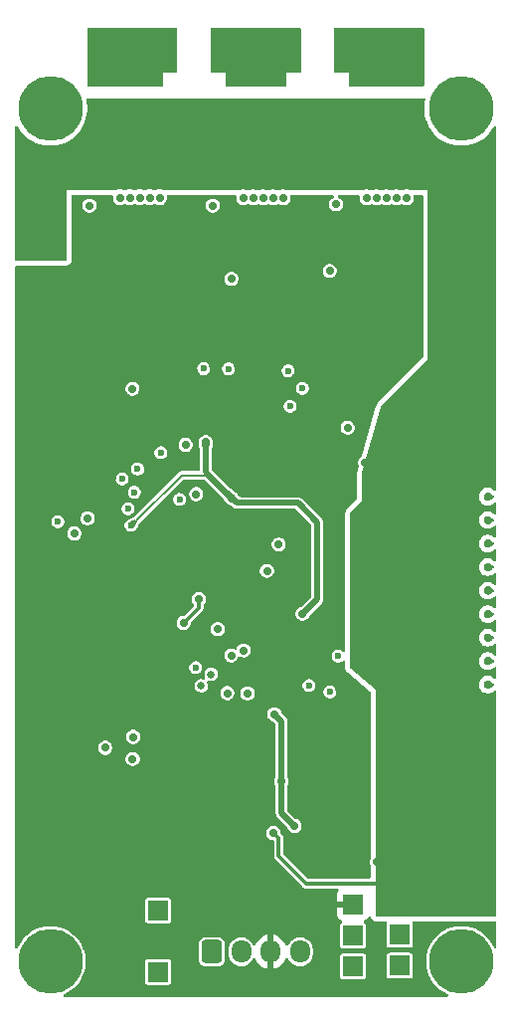
<source format=gbr>
%TF.GenerationSoftware,KiCad,Pcbnew,9.0.7*%
%TF.CreationDate,2026-02-13T21:21:15+01:00*%
%TF.ProjectId,ESC_v3,4553435f-7633-42e6-9b69-6361645f7063,rev?*%
%TF.SameCoordinates,Original*%
%TF.FileFunction,Copper,L3,Inr*%
%TF.FilePolarity,Positive*%
%FSLAX46Y46*%
G04 Gerber Fmt 4.6, Leading zero omitted, Abs format (unit mm)*
G04 Created by KiCad (PCBNEW 9.0.7) date 2026-02-13 21:21:15*
%MOMM*%
%LPD*%
G01*
G04 APERTURE LIST*
G04 Aperture macros list*
%AMRoundRect*
0 Rectangle with rounded corners*
0 $1 Rounding radius*
0 $2 $3 $4 $5 $6 $7 $8 $9 X,Y pos of 4 corners*
0 Add a 4 corners polygon primitive as box body*
4,1,4,$2,$3,$4,$5,$6,$7,$8,$9,$2,$3,0*
0 Add four circle primitives for the rounded corners*
1,1,$1+$1,$2,$3*
1,1,$1+$1,$4,$5*
1,1,$1+$1,$6,$7*
1,1,$1+$1,$8,$9*
0 Add four rect primitives between the rounded corners*
20,1,$1+$1,$2,$3,$4,$5,0*
20,1,$1+$1,$4,$5,$6,$7,0*
20,1,$1+$1,$6,$7,$8,$9,0*
20,1,$1+$1,$8,$9,$2,$3,0*%
G04 Aperture macros list end*
%TA.AperFunction,ComponentPad*%
%ADD10R,1.700000X1.700000*%
%TD*%
%TA.AperFunction,ComponentPad*%
%ADD11C,3.200000*%
%TD*%
%TA.AperFunction,ComponentPad*%
%ADD12C,5.500000*%
%TD*%
%TA.AperFunction,ComponentPad*%
%ADD13RoundRect,0.250000X-0.600000X-0.725000X0.600000X-0.725000X0.600000X0.725000X-0.600000X0.725000X0*%
%TD*%
%TA.AperFunction,ComponentPad*%
%ADD14O,1.700000X1.950000*%
%TD*%
%TA.AperFunction,ViaPad*%
%ADD15C,0.700000*%
%TD*%
%TA.AperFunction,ViaPad*%
%ADD16C,0.600000*%
%TD*%
%TA.AperFunction,ViaPad*%
%ADD17C,0.650000*%
%TD*%
%TA.AperFunction,ViaPad*%
%ADD18C,1.500000*%
%TD*%
%TA.AperFunction,Conductor*%
%ADD19C,0.300000*%
%TD*%
%TA.AperFunction,Conductor*%
%ADD20C,0.500000*%
%TD*%
%TA.AperFunction,Conductor*%
%ADD21C,0.200000*%
%TD*%
G04 APERTURE END LIST*
D10*
%TO.N,SWDIO*%
%TO.C,J6*%
X153465000Y-107715000D03*
%TD*%
%TO.N,+3V3RAW*%
%TO.C,J4*%
X157440000Y-110315000D03*
%TD*%
%TO.N,USART2_RX*%
%TO.C,J9*%
X136900000Y-105600000D03*
%TD*%
D11*
%TO.N,GND*%
%TO.C,J2*%
X126440000Y-98015000D03*
X126440000Y-103885000D03*
X132310000Y-98015000D03*
X132310000Y-103885000D03*
%TD*%
D10*
%TO.N,NRST*%
%TO.C,J7*%
X157440000Y-107690000D03*
%TD*%
D12*
%TO.N,unconnected-(H4-Pad1)*%
%TO.C,H4*%
X162700000Y-109950000D03*
%TD*%
D10*
%TO.N,USART2_TX*%
%TO.C,J8*%
X136900000Y-110840000D03*
%TD*%
%TO.N,GND*%
%TO.C,J10*%
X136900000Y-108225000D03*
%TD*%
%TO.N,GND*%
%TO.C,J3*%
X153465000Y-105090000D03*
%TD*%
D11*
%TO.N,V_BAT*%
%TO.C,J11*%
X158090000Y-97990000D03*
X158090000Y-103860000D03*
X163960000Y-97990000D03*
X163960000Y-103860000D03*
%TD*%
D12*
%TO.N,unconnected-(H2-Pad1)*%
%TO.C,H2*%
X162700000Y-37400000D03*
%TD*%
D13*
%TO.N,CAN_H*%
%TO.C,J1*%
X141450000Y-109130000D03*
D14*
%TO.N,CAN_L*%
X143950000Y-109130000D03*
%TO.N,GND*%
X146450000Y-109130000D03*
%TO.N,+3V3RAW*%
X148950000Y-109130000D03*
%TD*%
D12*
%TO.N,unconnected-(H1-Pad1)*%
%TO.C,H1*%
X127700000Y-37400000D03*
%TD*%
D10*
%TO.N,SWCLK*%
%TO.C,J5*%
X153465000Y-110340000D03*
%TD*%
D12*
%TO.N,unconnected-(H3-Pad1)*%
%TO.C,H3*%
X127700000Y-109950000D03*
%TD*%
D15*
%TO.N,V_BAT*%
X163500000Y-61500000D03*
X161500000Y-65500000D03*
X157500000Y-101500000D03*
X159500000Y-73500000D03*
X159500000Y-81500000D03*
X158500000Y-63500000D03*
X162500000Y-95500000D03*
X162500000Y-67500000D03*
X156500000Y-99500000D03*
X159500000Y-41500000D03*
X162500000Y-47500000D03*
X155500000Y-73500000D03*
X146700000Y-99025000D03*
X126000000Y-49000000D03*
X161500000Y-41500000D03*
X127000000Y-43000000D03*
X159500000Y-77500000D03*
X156500000Y-63500000D03*
X158500000Y-91500000D03*
X140000000Y-37500000D03*
X164500000Y-47500000D03*
X154500000Y-75500000D03*
X139000000Y-42000000D03*
X159500000Y-93500000D03*
X149500000Y-43500000D03*
X161500000Y-61500000D03*
X162500000Y-99500000D03*
X158500000Y-67500000D03*
X155500000Y-101500000D03*
X154500000Y-71500000D03*
X159500000Y-61500000D03*
X150500000Y-39000000D03*
X159500000Y-89500000D03*
X154500000Y-67500000D03*
X156500000Y-87500000D03*
X154500000Y-83500000D03*
X159500000Y-69500000D03*
X160500000Y-59500000D03*
X159500000Y-85500000D03*
X162500000Y-51500000D03*
X155500000Y-69500000D03*
X149500000Y-40500000D03*
X128000000Y-49000000D03*
X155500000Y-81500000D03*
X163500000Y-101500000D03*
X164500000Y-95500000D03*
X149500000Y-42000000D03*
X164500000Y-59500000D03*
X163500000Y-45500000D03*
X162500000Y-63500000D03*
X139000000Y-40500000D03*
X126000000Y-45000000D03*
X150500000Y-37500000D03*
X126000000Y-41000000D03*
X164500000Y-55500000D03*
X162500000Y-59500000D03*
X164500000Y-67500000D03*
X161500000Y-101500000D03*
X157500000Y-65500000D03*
X155500000Y-85500000D03*
X161500000Y-57500000D03*
X160500000Y-67500000D03*
X159500000Y-105500000D03*
X160500000Y-103500000D03*
X156500000Y-67500000D03*
X155500000Y-77500000D03*
X127000000Y-47000000D03*
X140000000Y-39000000D03*
X163500000Y-41500000D03*
X160500000Y-95500000D03*
X128000000Y-45000000D03*
X160500000Y-63500000D03*
X155500000Y-65500000D03*
X161500000Y-97500000D03*
X162500000Y-55500000D03*
X164500000Y-51500000D03*
X139000000Y-43500000D03*
X163500000Y-49500000D03*
X159500000Y-65500000D03*
X160500000Y-99500000D03*
X164500000Y-43500000D03*
X159500000Y-101500000D03*
X129000000Y-43000000D03*
X162500000Y-43500000D03*
X163500000Y-57500000D03*
X128000000Y-41000000D03*
X164500000Y-63500000D03*
X163500000Y-65500000D03*
X158500000Y-95500000D03*
X154500000Y-79500000D03*
X163500000Y-53500000D03*
X161500000Y-105500000D03*
%TO.N,V_A_PHASE*%
X156700000Y-33000000D03*
X157700000Y-35000000D03*
X157185000Y-45007750D03*
X156335000Y-45007750D03*
X155699870Y-31008566D03*
X154635000Y-45007750D03*
X153700000Y-35000000D03*
X158035000Y-45007750D03*
X154700000Y-33000000D03*
X157699848Y-31010206D03*
X155485000Y-45007750D03*
X153699789Y-31006927D03*
X158700000Y-33000000D03*
X155700000Y-35000000D03*
X152700000Y-33000000D03*
%TO.N,SPA*%
X151500000Y-51200000D03*
X152024626Y-45525000D03*
%TO.N,SPB*%
X141525000Y-45650000D03*
D16*
X147960000Y-59700000D03*
D15*
X143125000Y-51875000D03*
%TO.N,V_B_PHASE*%
X145835000Y-45007750D03*
X145200000Y-35000000D03*
X147199773Y-31001599D03*
X143199797Y-30998320D03*
X142200000Y-33000000D03*
X144135000Y-45007750D03*
X146200000Y-33000000D03*
X147535000Y-45007750D03*
X144200000Y-33000000D03*
X144985000Y-45007750D03*
X148200000Y-33000000D03*
X146685000Y-45007750D03*
X143200000Y-35000000D03*
X147200000Y-35000000D03*
X145199713Y-30999960D03*
%TO.N,SPC*%
X131025000Y-45650000D03*
%TO.N,V_C_PHASE*%
X131700000Y-33000000D03*
X134699782Y-30991353D03*
X136699760Y-30992992D03*
X135700000Y-33000000D03*
X132699742Y-30989714D03*
X135325000Y-45000000D03*
X132700000Y-35000000D03*
X137025000Y-45000000D03*
X136700000Y-35000000D03*
X133625000Y-45000000D03*
X136175000Y-45000000D03*
X134700000Y-35000000D03*
X133700000Y-33000000D03*
X137700000Y-33000000D03*
X134475000Y-45000000D03*
%TO.N,G_A_H*%
X153026766Y-64542293D03*
D16*
%TO.N,G_B_H*%
X142884456Y-59532772D03*
%TO.N,G_C_H*%
X140752709Y-59518948D03*
D15*
%TO.N,NFAULT*%
X147150000Y-74475000D03*
X139225000Y-66000000D03*
D16*
%TO.N,SDO*%
X137125000Y-66675000D03*
D15*
%TO.N,CAN_TX*%
X142775000Y-87125000D03*
%TO.N,CAN_RX*%
X144500000Y-87150000D03*
D16*
%TO.N,nSCS*%
X128325000Y-72525000D03*
X134325000Y-71425000D03*
%TO.N,SCLK*%
X134850000Y-70025000D03*
D15*
X134750000Y-90850000D03*
D16*
%TO.N,SDI*%
X133825000Y-68900000D03*
D15*
X134712500Y-92737500D03*
D16*
%TO.N,+3V3*%
X134575000Y-72850000D03*
D15*
X148500000Y-98425000D03*
X143175000Y-70550000D03*
X140349000Y-79126000D03*
X140934205Y-65769500D03*
X139050000Y-81150000D03*
X146775000Y-88925000D03*
X147375000Y-94625000D03*
X149175000Y-80375000D03*
D16*
%TO.N,NRST*%
X140089352Y-84950000D03*
D15*
%TO.N,ENABLE*%
X146150000Y-76725000D03*
D16*
X138701852Y-70651852D03*
%TO.N,ADC1_IN11*%
X149725000Y-86475000D03*
D15*
X129750000Y-73525000D03*
%TO.N,ADC1_IN14*%
X130875000Y-72250000D03*
D16*
X151500000Y-87025000D03*
D15*
%TO.N,SWCLK*%
X143114798Y-83914798D03*
%TO.N,SWDIO*%
X144150000Y-83500000D03*
D17*
%TO.N,USART2_TX*%
X140550000Y-86500000D03*
%TO.N,USART2_RX*%
X141400000Y-85525000D03*
D16*
%TO.N,SNA*%
X149175000Y-61175000D03*
D15*
%TO.N,CAL*%
X140118771Y-70193771D03*
D16*
X152200000Y-83975000D03*
D15*
%TO.N,BOOT0*%
X141950000Y-81675000D03*
D16*
%TO.N,SPI1_MISO*%
X135137500Y-68062500D03*
D15*
X132375000Y-91775000D03*
%TO.N,SNC*%
X134700000Y-61225000D03*
D16*
%TO.N,SNB*%
X148125000Y-62700000D03*
D15*
%TO.N,GND*%
X126000000Y-53000000D03*
X153325000Y-97800000D03*
D18*
X129300000Y-100950000D03*
D16*
X139991974Y-59766510D03*
D15*
X154325000Y-95800000D03*
X138204793Y-79023156D03*
D16*
X134500000Y-78950000D03*
X135416380Y-61697140D03*
D15*
X164950000Y-80400000D03*
D16*
X133766386Y-85350000D03*
X129700462Y-74373558D03*
D15*
X164950000Y-72400000D03*
X132000000Y-61000000D03*
D16*
X148589500Y-60246610D03*
D15*
X143449828Y-87739676D03*
D18*
X126315000Y-100950000D03*
D16*
X140089474Y-65675000D03*
X142479441Y-84479444D03*
D15*
X164950000Y-82400000D03*
D16*
X134725000Y-85350000D03*
X143575000Y-68675000D03*
D15*
X128000000Y-65000000D03*
X130390000Y-54417564D03*
X127000000Y-95000000D03*
X149025000Y-79225000D03*
D16*
X135975000Y-88830000D03*
D15*
X126000000Y-61000000D03*
D16*
X143870948Y-84303052D03*
D15*
X130000000Y-61000000D03*
D16*
X134058038Y-69911863D03*
D15*
X147125000Y-67200000D03*
D16*
X131525424Y-91801841D03*
D15*
X129000000Y-95000000D03*
X153815000Y-64107907D03*
D16*
X131675000Y-83100000D03*
D15*
X164950000Y-84400000D03*
X126000000Y-57000000D03*
D16*
X135700000Y-79150000D03*
D15*
X126000000Y-89000000D03*
X127000000Y-55000000D03*
X144800000Y-68325000D03*
X140945913Y-81663862D03*
D16*
X153400000Y-70150000D03*
D15*
X127000000Y-59000000D03*
X143675000Y-67200000D03*
X143700000Y-66000000D03*
X152075000Y-54525000D03*
X128000000Y-61000000D03*
D16*
X133900502Y-90879293D03*
D15*
X148650000Y-96575000D03*
X152475000Y-91900000D03*
X127000000Y-67000000D03*
X128000000Y-57000000D03*
X164950000Y-74400000D03*
X128000000Y-93000000D03*
D16*
X132750000Y-85225000D03*
D15*
X143500000Y-57175000D03*
X145400000Y-87699269D03*
X129000000Y-59000000D03*
D16*
X150648050Y-51132711D03*
D15*
X164950000Y-76400000D03*
D16*
X149800000Y-61846658D03*
X135918921Y-68233924D03*
D18*
X132285000Y-100950000D03*
D15*
X126000000Y-69000000D03*
D16*
X133037442Y-68759448D03*
X150750000Y-88850000D03*
X142000000Y-91448528D03*
X133425000Y-78950000D03*
D15*
X148625000Y-95125000D03*
X141600000Y-57175000D03*
X132900000Y-57147564D03*
X145475000Y-93875000D03*
D16*
X148550000Y-62022229D03*
X131100000Y-79475000D03*
D15*
X164950000Y-70400000D03*
X132325000Y-79150000D03*
X164950000Y-78400000D03*
X154700000Y-57175000D03*
X129000000Y-63000000D03*
D18*
X129300000Y-103935000D03*
D15*
X128000000Y-53000000D03*
D16*
X150471679Y-86187816D03*
D15*
X135650000Y-83175000D03*
X147125000Y-66000000D03*
X131000000Y-59000000D03*
D16*
X131100000Y-82300000D03*
X151675000Y-70000000D03*
D15*
X127000000Y-63000000D03*
X126000000Y-93000000D03*
X153375000Y-54525000D03*
X139950000Y-97650000D03*
X130000000Y-93000000D03*
X133790000Y-54412692D03*
D16*
X136800000Y-79275000D03*
D15*
X141600000Y-54525000D03*
D16*
X142000000Y-86141614D03*
X136650000Y-85050000D03*
D15*
X129976614Y-45591757D03*
D16*
X135725000Y-85350000D03*
D15*
X144825000Y-57175000D03*
D16*
X141475000Y-59175000D03*
D15*
X150750000Y-54550000D03*
D16*
X151775000Y-88950000D03*
D15*
X146000000Y-64875000D03*
X127000000Y-91000000D03*
D16*
X131875000Y-84850000D03*
X138525000Y-72475000D03*
X152215544Y-86667228D03*
D15*
X150975463Y-45483008D03*
X139775000Y-76225000D03*
X164950000Y-86400000D03*
D16*
X143125000Y-52725003D03*
D15*
X140275000Y-57175000D03*
D16*
X143600000Y-59175000D03*
D15*
X131200000Y-57150000D03*
X150750000Y-57175000D03*
X143500000Y-54525000D03*
X132090000Y-54415128D03*
X126000000Y-65000000D03*
X133000000Y-59000000D03*
D16*
X133862991Y-92766444D03*
D15*
X152325000Y-95800000D03*
D16*
X131050000Y-81300000D03*
D15*
X146000000Y-94650000D03*
D16*
X142550000Y-97600000D03*
D15*
X153375000Y-57175000D03*
X131000000Y-95000000D03*
X144800000Y-64875000D03*
X148550000Y-82450000D03*
D16*
X130770066Y-73093501D03*
D15*
X129500000Y-57150000D03*
X152075000Y-57175000D03*
X144825000Y-54525000D03*
D18*
X129300000Y-97965000D03*
D15*
X146000000Y-68325000D03*
X153325000Y-93800000D03*
X142650000Y-105825000D03*
X149022729Y-88300439D03*
D16*
X142143331Y-59834000D03*
D15*
X140717349Y-46320973D03*
D16*
X131050000Y-80400000D03*
X131675000Y-83950000D03*
%TD*%
D19*
%TO.N,V_BAT*%
X147150000Y-99475000D02*
X147150000Y-101000000D01*
X156135000Y-103860000D02*
X158090000Y-103860000D01*
X155600000Y-103325000D02*
X156135000Y-103860000D01*
X146700000Y-99025000D02*
X147150000Y-99475000D01*
X147150000Y-101000000D02*
X149475000Y-103325000D01*
X149475000Y-103325000D02*
X155600000Y-103325000D01*
D20*
%TO.N,+3V3*%
X149175000Y-80375000D02*
X150425000Y-79125000D01*
X150425000Y-79125000D02*
X150425000Y-72600000D01*
X147375000Y-94625000D02*
X147375000Y-94375000D01*
X143175000Y-70550000D02*
X141212500Y-68587500D01*
X148500000Y-98425000D02*
X147375000Y-97300000D01*
D21*
X138887500Y-68587500D02*
X135050000Y-72425000D01*
D20*
X141212500Y-68587500D02*
X140934205Y-68309205D01*
X140934205Y-68309205D02*
X140934205Y-65769500D01*
X147375000Y-89525000D02*
X146775000Y-88925000D01*
X148775000Y-70950000D02*
X143575000Y-70950000D01*
D21*
X141212500Y-68587500D02*
X138887500Y-68587500D01*
D20*
X143575000Y-70950000D02*
X143175000Y-70550000D01*
X150425000Y-72600000D02*
X148775000Y-70950000D01*
D21*
X134625000Y-72850000D02*
X134575000Y-72850000D01*
D19*
X140349000Y-79126000D02*
X140350000Y-79127000D01*
X140350000Y-79127000D02*
X140350000Y-79850000D01*
D21*
X135050000Y-72425000D02*
X134625000Y-72850000D01*
D19*
X140350000Y-79850000D02*
X139050000Y-81150000D01*
D20*
X147375000Y-94375000D02*
X147375000Y-89525000D01*
X147375000Y-97300000D02*
X147375000Y-94625000D01*
%TD*%
%TA.AperFunction,Conductor*%
%TO.N,V_C_PHASE*%
G36*
X138401103Y-30494886D02*
G01*
X138468125Y-30514626D01*
X138513837Y-30567467D01*
X138525000Y-30618886D01*
X138525000Y-34251000D01*
X138505315Y-34318039D01*
X138452511Y-34363794D01*
X138401000Y-34375000D01*
X137300000Y-34375000D01*
X137300000Y-35401000D01*
X137280315Y-35468039D01*
X137227511Y-35513794D01*
X137176000Y-35525000D01*
X130999000Y-35525000D01*
X130931961Y-35505315D01*
X130886206Y-35452511D01*
X130875000Y-35401000D01*
X130875000Y-30612818D01*
X130894685Y-30545779D01*
X130947489Y-30500024D01*
X130999096Y-30488819D01*
X138401103Y-30494886D01*
G37*
%TD.AperFunction*%
%TD*%
%TA.AperFunction,Conductor*%
%TO.N,V_B_PHASE*%
G36*
X148901105Y-30503493D02*
G01*
X148968125Y-30523232D01*
X149013837Y-30576073D01*
X149025000Y-30627492D01*
X149025000Y-34251000D01*
X149005315Y-34318039D01*
X148952511Y-34363794D01*
X148901000Y-34375000D01*
X147775000Y-34375000D01*
X147775000Y-35401000D01*
X147755315Y-35468039D01*
X147702511Y-35513794D01*
X147651000Y-35525000D01*
X142724000Y-35525000D01*
X142656961Y-35505315D01*
X142611206Y-35452511D01*
X142600000Y-35401000D01*
X142600000Y-34375000D01*
X141499000Y-34375000D01*
X141431961Y-34355315D01*
X141386206Y-34302511D01*
X141375000Y-34251000D01*
X141375000Y-30621425D01*
X141394685Y-30554386D01*
X141447489Y-30508631D01*
X141499098Y-30497425D01*
X148901105Y-30503493D01*
G37*
%TD.AperFunction*%
%TD*%
%TA.AperFunction,Conductor*%
%TO.N,V_A_PHASE*%
G36*
X159401104Y-30512099D02*
G01*
X159468125Y-30531839D01*
X159513837Y-30584680D01*
X159525000Y-30636099D01*
X159525000Y-35401000D01*
X159505315Y-35468039D01*
X159452511Y-35513794D01*
X159401000Y-35525000D01*
X153224000Y-35525000D01*
X153156961Y-35505315D01*
X153111206Y-35452511D01*
X153100000Y-35401000D01*
X153100000Y-34375000D01*
X151999000Y-34375000D01*
X151931961Y-34355315D01*
X151886206Y-34302511D01*
X151875000Y-34251000D01*
X151875000Y-30630031D01*
X151894685Y-30562992D01*
X151947489Y-30517237D01*
X151999095Y-30506032D01*
X159401104Y-30512099D01*
G37*
%TD.AperFunction*%
%TD*%
%TA.AperFunction,Conductor*%
%TO.N,V_BAT*%
G36*
X159585446Y-36519685D02*
G01*
X159631201Y-36572489D01*
X159641145Y-36641647D01*
X159639298Y-36651593D01*
X159589119Y-36871440D01*
X159589116Y-36871454D01*
X159549500Y-37223065D01*
X159549500Y-37576934D01*
X159589116Y-37928545D01*
X159589119Y-37928559D01*
X159667859Y-38273543D01*
X159667860Y-38273545D01*
X159784731Y-38607545D01*
X159938262Y-38926355D01*
X159938264Y-38926358D01*
X160126527Y-39225976D01*
X160347153Y-39502633D01*
X160597367Y-39752847D01*
X160874024Y-39973473D01*
X161173642Y-40161736D01*
X161492456Y-40315269D01*
X161826456Y-40432140D01*
X162171440Y-40510881D01*
X162171449Y-40510882D01*
X162171454Y-40510883D01*
X162405861Y-40537293D01*
X162523066Y-40550499D01*
X162523069Y-40550500D01*
X162523072Y-40550500D01*
X162876931Y-40550500D01*
X162876932Y-40550499D01*
X163056635Y-40530252D01*
X163228545Y-40510883D01*
X163228548Y-40510882D01*
X163228560Y-40510881D01*
X163573544Y-40432140D01*
X163907544Y-40315269D01*
X164226358Y-40161736D01*
X164525976Y-39973473D01*
X164802633Y-39752847D01*
X165052847Y-39502633D01*
X165273473Y-39225976D01*
X165461736Y-38926358D01*
X165461739Y-38926352D01*
X165463780Y-38922115D01*
X165510602Y-38870255D01*
X165578029Y-38851942D01*
X165644653Y-38872989D01*
X165689321Y-38926715D01*
X165699500Y-38975916D01*
X165699500Y-69788770D01*
X165679815Y-69855809D01*
X165627011Y-69901564D01*
X165557853Y-69911508D01*
X165494297Y-69882483D01*
X165487819Y-69876451D01*
X165428419Y-69817051D01*
X165428415Y-69817048D01*
X165305501Y-69734919D01*
X165305488Y-69734912D01*
X165168917Y-69678343D01*
X165168907Y-69678340D01*
X165023920Y-69649500D01*
X165023918Y-69649500D01*
X164876082Y-69649500D01*
X164876080Y-69649500D01*
X164731092Y-69678340D01*
X164731082Y-69678343D01*
X164594511Y-69734912D01*
X164594498Y-69734919D01*
X164471584Y-69817048D01*
X164471580Y-69817051D01*
X164367051Y-69921580D01*
X164367048Y-69921584D01*
X164284919Y-70044498D01*
X164284912Y-70044511D01*
X164228343Y-70181082D01*
X164228340Y-70181092D01*
X164199500Y-70326079D01*
X164199500Y-70326082D01*
X164199500Y-70473918D01*
X164199500Y-70473920D01*
X164199499Y-70473920D01*
X164228340Y-70618907D01*
X164228343Y-70618917D01*
X164284912Y-70755488D01*
X164284919Y-70755501D01*
X164367048Y-70878415D01*
X164367051Y-70878419D01*
X164471580Y-70982948D01*
X164471584Y-70982951D01*
X164594498Y-71065080D01*
X164594511Y-71065087D01*
X164731082Y-71121656D01*
X164731087Y-71121658D01*
X164731091Y-71121658D01*
X164731092Y-71121659D01*
X164876079Y-71150500D01*
X164876082Y-71150500D01*
X165023920Y-71150500D01*
X165121462Y-71131096D01*
X165168913Y-71121658D01*
X165305495Y-71065084D01*
X165428416Y-70982951D01*
X165432909Y-70978458D01*
X165487819Y-70923549D01*
X165549142Y-70890064D01*
X165618834Y-70895048D01*
X165674767Y-70936920D01*
X165699184Y-71002384D01*
X165699500Y-71011230D01*
X165699500Y-71788770D01*
X165679815Y-71855809D01*
X165627011Y-71901564D01*
X165557853Y-71911508D01*
X165494297Y-71882483D01*
X165487819Y-71876451D01*
X165428419Y-71817051D01*
X165428415Y-71817048D01*
X165305501Y-71734919D01*
X165305488Y-71734912D01*
X165168917Y-71678343D01*
X165168907Y-71678340D01*
X165023920Y-71649500D01*
X165023918Y-71649500D01*
X164876082Y-71649500D01*
X164876080Y-71649500D01*
X164731092Y-71678340D01*
X164731082Y-71678343D01*
X164594511Y-71734912D01*
X164594498Y-71734919D01*
X164471584Y-71817048D01*
X164471580Y-71817051D01*
X164367051Y-71921580D01*
X164367048Y-71921584D01*
X164284919Y-72044498D01*
X164284912Y-72044511D01*
X164228343Y-72181082D01*
X164228340Y-72181092D01*
X164199500Y-72326079D01*
X164199500Y-72326082D01*
X164199500Y-72473918D01*
X164199500Y-72473920D01*
X164199499Y-72473920D01*
X164228340Y-72618907D01*
X164228343Y-72618917D01*
X164284912Y-72755488D01*
X164284919Y-72755501D01*
X164367048Y-72878415D01*
X164367051Y-72878419D01*
X164471580Y-72982948D01*
X164471584Y-72982951D01*
X164594498Y-73065080D01*
X164594511Y-73065087D01*
X164731082Y-73121656D01*
X164731087Y-73121658D01*
X164731091Y-73121658D01*
X164731092Y-73121659D01*
X164876079Y-73150500D01*
X164876082Y-73150500D01*
X165023920Y-73150500D01*
X165121462Y-73131096D01*
X165168913Y-73121658D01*
X165305495Y-73065084D01*
X165428416Y-72982951D01*
X165439825Y-72971542D01*
X165487819Y-72923549D01*
X165549142Y-72890064D01*
X165618834Y-72895048D01*
X165674767Y-72936920D01*
X165699184Y-73002384D01*
X165699500Y-73011230D01*
X165699500Y-73788770D01*
X165679815Y-73855809D01*
X165627011Y-73901564D01*
X165557853Y-73911508D01*
X165494297Y-73882483D01*
X165487819Y-73876451D01*
X165428419Y-73817051D01*
X165428415Y-73817048D01*
X165305501Y-73734919D01*
X165305488Y-73734912D01*
X165168917Y-73678343D01*
X165168907Y-73678340D01*
X165023920Y-73649500D01*
X165023918Y-73649500D01*
X164876082Y-73649500D01*
X164876080Y-73649500D01*
X164731092Y-73678340D01*
X164731082Y-73678343D01*
X164594511Y-73734912D01*
X164594498Y-73734919D01*
X164471584Y-73817048D01*
X164471580Y-73817051D01*
X164367051Y-73921580D01*
X164367048Y-73921584D01*
X164284919Y-74044498D01*
X164284912Y-74044511D01*
X164228343Y-74181082D01*
X164228340Y-74181092D01*
X164199500Y-74326079D01*
X164199500Y-74326082D01*
X164199500Y-74473918D01*
X164199500Y-74473920D01*
X164199499Y-74473920D01*
X164228340Y-74618907D01*
X164228343Y-74618917D01*
X164284912Y-74755488D01*
X164284919Y-74755501D01*
X164367048Y-74878415D01*
X164367051Y-74878419D01*
X164471580Y-74982948D01*
X164471584Y-74982951D01*
X164594498Y-75065080D01*
X164594511Y-75065087D01*
X164731082Y-75121656D01*
X164731087Y-75121658D01*
X164731091Y-75121658D01*
X164731092Y-75121659D01*
X164876079Y-75150500D01*
X164876082Y-75150500D01*
X165023920Y-75150500D01*
X165121462Y-75131096D01*
X165168913Y-75121658D01*
X165305495Y-75065084D01*
X165428416Y-74982951D01*
X165457951Y-74953416D01*
X165487819Y-74923549D01*
X165549142Y-74890064D01*
X165618834Y-74895048D01*
X165674767Y-74936920D01*
X165699184Y-75002384D01*
X165699500Y-75011230D01*
X165699500Y-75788770D01*
X165679815Y-75855809D01*
X165627011Y-75901564D01*
X165557853Y-75911508D01*
X165494297Y-75882483D01*
X165487819Y-75876451D01*
X165428419Y-75817051D01*
X165428415Y-75817048D01*
X165305501Y-75734919D01*
X165305488Y-75734912D01*
X165168917Y-75678343D01*
X165168907Y-75678340D01*
X165023920Y-75649500D01*
X165023918Y-75649500D01*
X164876082Y-75649500D01*
X164876080Y-75649500D01*
X164731092Y-75678340D01*
X164731082Y-75678343D01*
X164594511Y-75734912D01*
X164594498Y-75734919D01*
X164471584Y-75817048D01*
X164471580Y-75817051D01*
X164367051Y-75921580D01*
X164367048Y-75921584D01*
X164284919Y-76044498D01*
X164284912Y-76044511D01*
X164228343Y-76181082D01*
X164228340Y-76181092D01*
X164199500Y-76326079D01*
X164199500Y-76326082D01*
X164199500Y-76473918D01*
X164199500Y-76473920D01*
X164199499Y-76473920D01*
X164228340Y-76618907D01*
X164228343Y-76618917D01*
X164284912Y-76755488D01*
X164284919Y-76755501D01*
X164367048Y-76878415D01*
X164367051Y-76878419D01*
X164471580Y-76982948D01*
X164471584Y-76982951D01*
X164594498Y-77065080D01*
X164594511Y-77065087D01*
X164731082Y-77121656D01*
X164731087Y-77121658D01*
X164731091Y-77121658D01*
X164731092Y-77121659D01*
X164876079Y-77150500D01*
X164876082Y-77150500D01*
X165023920Y-77150500D01*
X165121462Y-77131096D01*
X165168913Y-77121658D01*
X165305495Y-77065084D01*
X165428416Y-76982951D01*
X165435867Y-76975500D01*
X165487819Y-76923549D01*
X165549142Y-76890064D01*
X165618834Y-76895048D01*
X165674767Y-76936920D01*
X165699184Y-77002384D01*
X165699500Y-77011230D01*
X165699500Y-77788770D01*
X165679815Y-77855809D01*
X165627011Y-77901564D01*
X165557853Y-77911508D01*
X165494297Y-77882483D01*
X165487819Y-77876451D01*
X165428419Y-77817051D01*
X165428415Y-77817048D01*
X165305501Y-77734919D01*
X165305488Y-77734912D01*
X165168917Y-77678343D01*
X165168907Y-77678340D01*
X165023920Y-77649500D01*
X165023918Y-77649500D01*
X164876082Y-77649500D01*
X164876080Y-77649500D01*
X164731092Y-77678340D01*
X164731082Y-77678343D01*
X164594511Y-77734912D01*
X164594498Y-77734919D01*
X164471584Y-77817048D01*
X164471580Y-77817051D01*
X164367051Y-77921580D01*
X164367048Y-77921584D01*
X164284919Y-78044498D01*
X164284912Y-78044511D01*
X164228343Y-78181082D01*
X164228340Y-78181092D01*
X164199500Y-78326079D01*
X164199500Y-78326082D01*
X164199500Y-78473918D01*
X164199500Y-78473920D01*
X164199499Y-78473920D01*
X164228340Y-78618907D01*
X164228343Y-78618917D01*
X164284912Y-78755488D01*
X164284919Y-78755501D01*
X164367048Y-78878415D01*
X164367051Y-78878419D01*
X164471580Y-78982948D01*
X164471584Y-78982951D01*
X164594498Y-79065080D01*
X164594511Y-79065087D01*
X164731082Y-79121656D01*
X164731087Y-79121658D01*
X164731091Y-79121658D01*
X164731092Y-79121659D01*
X164876079Y-79150500D01*
X164876082Y-79150500D01*
X165023920Y-79150500D01*
X165121462Y-79131096D01*
X165168913Y-79121658D01*
X165305495Y-79065084D01*
X165428416Y-78982951D01*
X165433072Y-78978295D01*
X165487819Y-78923549D01*
X165549142Y-78890064D01*
X165618834Y-78895048D01*
X165674767Y-78936920D01*
X165699184Y-79002384D01*
X165699500Y-79011230D01*
X165699500Y-79788770D01*
X165679815Y-79855809D01*
X165627011Y-79901564D01*
X165557853Y-79911508D01*
X165494297Y-79882483D01*
X165487819Y-79876451D01*
X165428419Y-79817051D01*
X165428415Y-79817048D01*
X165305501Y-79734919D01*
X165305488Y-79734912D01*
X165168917Y-79678343D01*
X165168907Y-79678340D01*
X165023920Y-79649500D01*
X165023918Y-79649500D01*
X164876082Y-79649500D01*
X164876080Y-79649500D01*
X164731092Y-79678340D01*
X164731082Y-79678343D01*
X164594511Y-79734912D01*
X164594498Y-79734919D01*
X164471584Y-79817048D01*
X164471580Y-79817051D01*
X164367051Y-79921580D01*
X164367048Y-79921584D01*
X164284919Y-80044498D01*
X164284912Y-80044511D01*
X164228343Y-80181082D01*
X164228340Y-80181092D01*
X164199500Y-80326079D01*
X164199500Y-80326082D01*
X164199500Y-80473918D01*
X164199500Y-80473920D01*
X164199499Y-80473920D01*
X164228340Y-80618907D01*
X164228343Y-80618917D01*
X164284912Y-80755488D01*
X164284919Y-80755501D01*
X164367048Y-80878415D01*
X164367051Y-80878419D01*
X164471580Y-80982948D01*
X164471584Y-80982951D01*
X164594498Y-81065080D01*
X164594511Y-81065087D01*
X164703200Y-81110107D01*
X164731087Y-81121658D01*
X164731091Y-81121658D01*
X164731092Y-81121659D01*
X164876079Y-81150500D01*
X164876082Y-81150500D01*
X165023920Y-81150500D01*
X165149598Y-81125500D01*
X165168913Y-81121658D01*
X165305495Y-81065084D01*
X165428416Y-80982951D01*
X165458025Y-80953342D01*
X165487819Y-80923549D01*
X165549142Y-80890064D01*
X165618834Y-80895048D01*
X165674767Y-80936920D01*
X165699184Y-81002384D01*
X165699500Y-81011230D01*
X165699500Y-81788770D01*
X165679815Y-81855809D01*
X165627011Y-81901564D01*
X165557853Y-81911508D01*
X165494297Y-81882483D01*
X165487819Y-81876451D01*
X165428419Y-81817051D01*
X165428415Y-81817048D01*
X165305501Y-81734919D01*
X165305488Y-81734912D01*
X165168917Y-81678343D01*
X165168907Y-81678340D01*
X165023920Y-81649500D01*
X165023918Y-81649500D01*
X164876082Y-81649500D01*
X164876080Y-81649500D01*
X164731092Y-81678340D01*
X164731082Y-81678343D01*
X164594511Y-81734912D01*
X164594498Y-81734919D01*
X164471584Y-81817048D01*
X164471580Y-81817051D01*
X164367051Y-81921580D01*
X164367048Y-81921584D01*
X164284919Y-82044498D01*
X164284912Y-82044511D01*
X164228343Y-82181082D01*
X164228340Y-82181092D01*
X164199500Y-82326079D01*
X164199500Y-82326082D01*
X164199500Y-82473918D01*
X164199500Y-82473920D01*
X164199499Y-82473920D01*
X164228340Y-82618907D01*
X164228343Y-82618917D01*
X164284912Y-82755488D01*
X164284919Y-82755501D01*
X164367048Y-82878415D01*
X164367051Y-82878419D01*
X164471580Y-82982948D01*
X164471584Y-82982951D01*
X164594498Y-83065080D01*
X164594511Y-83065087D01*
X164715216Y-83115084D01*
X164731087Y-83121658D01*
X164731091Y-83121658D01*
X164731092Y-83121659D01*
X164876079Y-83150500D01*
X164876082Y-83150500D01*
X165023920Y-83150500D01*
X165121462Y-83131096D01*
X165168913Y-83121658D01*
X165305495Y-83065084D01*
X165428416Y-82982951D01*
X165455280Y-82956087D01*
X165487819Y-82923549D01*
X165549142Y-82890064D01*
X165618834Y-82895048D01*
X165674767Y-82936920D01*
X165699184Y-83002384D01*
X165699500Y-83011230D01*
X165699500Y-83788770D01*
X165679815Y-83855809D01*
X165627011Y-83901564D01*
X165557853Y-83911508D01*
X165494297Y-83882483D01*
X165487819Y-83876451D01*
X165428419Y-83817051D01*
X165428415Y-83817048D01*
X165305501Y-83734919D01*
X165305488Y-83734912D01*
X165168917Y-83678343D01*
X165168907Y-83678340D01*
X165023920Y-83649500D01*
X165023918Y-83649500D01*
X164876082Y-83649500D01*
X164876080Y-83649500D01*
X164731092Y-83678340D01*
X164731082Y-83678343D01*
X164594511Y-83734912D01*
X164594498Y-83734919D01*
X164471584Y-83817048D01*
X164471580Y-83817051D01*
X164367051Y-83921580D01*
X164367048Y-83921584D01*
X164284919Y-84044498D01*
X164284912Y-84044511D01*
X164228343Y-84181082D01*
X164228340Y-84181092D01*
X164199500Y-84326079D01*
X164199500Y-84326082D01*
X164199500Y-84473918D01*
X164199500Y-84473920D01*
X164199499Y-84473920D01*
X164228340Y-84618907D01*
X164228343Y-84618917D01*
X164284912Y-84755488D01*
X164284919Y-84755501D01*
X164367048Y-84878415D01*
X164367051Y-84878419D01*
X164471580Y-84982948D01*
X164471584Y-84982951D01*
X164594498Y-85065080D01*
X164594511Y-85065087D01*
X164724653Y-85118993D01*
X164731087Y-85121658D01*
X164731091Y-85121658D01*
X164731092Y-85121659D01*
X164876079Y-85150500D01*
X164876082Y-85150500D01*
X165023920Y-85150500D01*
X165121462Y-85131096D01*
X165168913Y-85121658D01*
X165305495Y-85065084D01*
X165428416Y-84982951D01*
X165449899Y-84961468D01*
X165487819Y-84923549D01*
X165549142Y-84890064D01*
X165618834Y-84895048D01*
X165674767Y-84936920D01*
X165699184Y-85002384D01*
X165699500Y-85011230D01*
X165699500Y-85788770D01*
X165679815Y-85855809D01*
X165627011Y-85901564D01*
X165557853Y-85911508D01*
X165494297Y-85882483D01*
X165487819Y-85876451D01*
X165428419Y-85817051D01*
X165428415Y-85817048D01*
X165305501Y-85734919D01*
X165305488Y-85734912D01*
X165168917Y-85678343D01*
X165168907Y-85678340D01*
X165023920Y-85649500D01*
X165023918Y-85649500D01*
X164876082Y-85649500D01*
X164876080Y-85649500D01*
X164731092Y-85678340D01*
X164731082Y-85678343D01*
X164594511Y-85734912D01*
X164594498Y-85734919D01*
X164471584Y-85817048D01*
X164471580Y-85817051D01*
X164367051Y-85921580D01*
X164367048Y-85921584D01*
X164284919Y-86044498D01*
X164284912Y-86044511D01*
X164228343Y-86181082D01*
X164228340Y-86181092D01*
X164199500Y-86326079D01*
X164199500Y-86326082D01*
X164199500Y-86473918D01*
X164199500Y-86473920D01*
X164199499Y-86473920D01*
X164228340Y-86618907D01*
X164228343Y-86618917D01*
X164284912Y-86755488D01*
X164284919Y-86755501D01*
X164367048Y-86878415D01*
X164367051Y-86878419D01*
X164471580Y-86982948D01*
X164471584Y-86982951D01*
X164594498Y-87065080D01*
X164594511Y-87065087D01*
X164718195Y-87116318D01*
X164731087Y-87121658D01*
X164731091Y-87121658D01*
X164731092Y-87121659D01*
X164876079Y-87150500D01*
X164876082Y-87150500D01*
X165023920Y-87150500D01*
X165121462Y-87131096D01*
X165168913Y-87121658D01*
X165305495Y-87065084D01*
X165428416Y-86982951D01*
X165455360Y-86956007D01*
X165487819Y-86923549D01*
X165549142Y-86890064D01*
X165618834Y-86895048D01*
X165674767Y-86936920D01*
X165699184Y-87002384D01*
X165699500Y-87011230D01*
X165699500Y-106026000D01*
X165679815Y-106093039D01*
X165627011Y-106138794D01*
X165575500Y-106150000D01*
X155499000Y-106150000D01*
X155431961Y-106130315D01*
X155386206Y-106077511D01*
X155375000Y-106026000D01*
X155375000Y-86825000D01*
X155374999Y-86824999D01*
X153269400Y-85062172D01*
X153230633Y-85004044D01*
X153225000Y-84967094D01*
X153225000Y-71803187D01*
X153244685Y-71736148D01*
X153263538Y-71713342D01*
X154249999Y-70775001D01*
X154250000Y-70775000D01*
X154250000Y-68367106D01*
X154254631Y-68333534D01*
X155816337Y-62780801D01*
X155847484Y-62727236D01*
X159850000Y-58675000D01*
X159850000Y-44325000D01*
X158372510Y-44325000D01*
X158325058Y-44315561D01*
X158253913Y-44286092D01*
X158253907Y-44286090D01*
X158108920Y-44257250D01*
X158108918Y-44257250D01*
X157961082Y-44257250D01*
X157961080Y-44257250D01*
X157816092Y-44286090D01*
X157816086Y-44286092D01*
X157771796Y-44304437D01*
X157744941Y-44315561D01*
X157736765Y-44317187D01*
X157732425Y-44319977D01*
X157697490Y-44325000D01*
X157522510Y-44325000D01*
X157475058Y-44315561D01*
X157403913Y-44286092D01*
X157403907Y-44286090D01*
X157258920Y-44257250D01*
X157258918Y-44257250D01*
X157111082Y-44257250D01*
X157111080Y-44257250D01*
X156966092Y-44286090D01*
X156966086Y-44286092D01*
X156921796Y-44304437D01*
X156894941Y-44315561D01*
X156886765Y-44317187D01*
X156882425Y-44319977D01*
X156847490Y-44325000D01*
X156672510Y-44325000D01*
X156625058Y-44315561D01*
X156553913Y-44286092D01*
X156553907Y-44286090D01*
X156408920Y-44257250D01*
X156408918Y-44257250D01*
X156261082Y-44257250D01*
X156261080Y-44257250D01*
X156116092Y-44286090D01*
X156116086Y-44286092D01*
X156071796Y-44304437D01*
X156044941Y-44315561D01*
X156036765Y-44317187D01*
X156032425Y-44319977D01*
X155997490Y-44325000D01*
X155822510Y-44325000D01*
X155775058Y-44315561D01*
X155703913Y-44286092D01*
X155703907Y-44286090D01*
X155558920Y-44257250D01*
X155558918Y-44257250D01*
X155411082Y-44257250D01*
X155411080Y-44257250D01*
X155266092Y-44286090D01*
X155266086Y-44286092D01*
X155221796Y-44304437D01*
X155194941Y-44315561D01*
X155186765Y-44317187D01*
X155182425Y-44319977D01*
X155147490Y-44325000D01*
X154972510Y-44325000D01*
X154925058Y-44315561D01*
X154853913Y-44286092D01*
X154853907Y-44286090D01*
X154708920Y-44257250D01*
X154708918Y-44257250D01*
X154561082Y-44257250D01*
X154561080Y-44257250D01*
X154416092Y-44286090D01*
X154416086Y-44286092D01*
X154371796Y-44304437D01*
X154344941Y-44315561D01*
X154297490Y-44325000D01*
X147872510Y-44325000D01*
X147825058Y-44315561D01*
X147753913Y-44286092D01*
X147753907Y-44286090D01*
X147608920Y-44257250D01*
X147608918Y-44257250D01*
X147461082Y-44257250D01*
X147461080Y-44257250D01*
X147316092Y-44286090D01*
X147316086Y-44286092D01*
X147271796Y-44304437D01*
X147244941Y-44315561D01*
X147236765Y-44317187D01*
X147232425Y-44319977D01*
X147197490Y-44325000D01*
X147022510Y-44325000D01*
X146975058Y-44315561D01*
X146903913Y-44286092D01*
X146903907Y-44286090D01*
X146758920Y-44257250D01*
X146758918Y-44257250D01*
X146611082Y-44257250D01*
X146611080Y-44257250D01*
X146466092Y-44286090D01*
X146466086Y-44286092D01*
X146421796Y-44304437D01*
X146394941Y-44315561D01*
X146386765Y-44317187D01*
X146382425Y-44319977D01*
X146347490Y-44325000D01*
X146172510Y-44325000D01*
X146125058Y-44315561D01*
X146053913Y-44286092D01*
X146053907Y-44286090D01*
X145908920Y-44257250D01*
X145908918Y-44257250D01*
X145761082Y-44257250D01*
X145761080Y-44257250D01*
X145616092Y-44286090D01*
X145616086Y-44286092D01*
X145571796Y-44304437D01*
X145544941Y-44315561D01*
X145536765Y-44317187D01*
X145532425Y-44319977D01*
X145497490Y-44325000D01*
X145322510Y-44325000D01*
X145275058Y-44315561D01*
X145203913Y-44286092D01*
X145203907Y-44286090D01*
X145058920Y-44257250D01*
X145058918Y-44257250D01*
X144911082Y-44257250D01*
X144911080Y-44257250D01*
X144766092Y-44286090D01*
X144766086Y-44286092D01*
X144721796Y-44304437D01*
X144694941Y-44315561D01*
X144686765Y-44317187D01*
X144682425Y-44319977D01*
X144647490Y-44325000D01*
X144472510Y-44325000D01*
X144425058Y-44315561D01*
X144353913Y-44286092D01*
X144353907Y-44286090D01*
X144208920Y-44257250D01*
X144208918Y-44257250D01*
X144061082Y-44257250D01*
X144061080Y-44257250D01*
X143916092Y-44286090D01*
X143916086Y-44286092D01*
X143871796Y-44304437D01*
X143844941Y-44315561D01*
X143797490Y-44325000D01*
X137381221Y-44325000D01*
X137333769Y-44315561D01*
X137243917Y-44278343D01*
X137243907Y-44278340D01*
X137098920Y-44249500D01*
X137098918Y-44249500D01*
X136951082Y-44249500D01*
X136951080Y-44249500D01*
X136806092Y-44278340D01*
X136806082Y-44278343D01*
X136716231Y-44315561D01*
X136708054Y-44317187D01*
X136703714Y-44319977D01*
X136668779Y-44325000D01*
X136531221Y-44325000D01*
X136483769Y-44315561D01*
X136393917Y-44278343D01*
X136393907Y-44278340D01*
X136248920Y-44249500D01*
X136248918Y-44249500D01*
X136101082Y-44249500D01*
X136101080Y-44249500D01*
X135956092Y-44278340D01*
X135956082Y-44278343D01*
X135866231Y-44315561D01*
X135858054Y-44317187D01*
X135853714Y-44319977D01*
X135818779Y-44325000D01*
X135681221Y-44325000D01*
X135633769Y-44315561D01*
X135543917Y-44278343D01*
X135543907Y-44278340D01*
X135398920Y-44249500D01*
X135398918Y-44249500D01*
X135251082Y-44249500D01*
X135251080Y-44249500D01*
X135106092Y-44278340D01*
X135106082Y-44278343D01*
X135016231Y-44315561D01*
X135008054Y-44317187D01*
X135003714Y-44319977D01*
X134968779Y-44325000D01*
X134831221Y-44325000D01*
X134783769Y-44315561D01*
X134693917Y-44278343D01*
X134693907Y-44278340D01*
X134548920Y-44249500D01*
X134548918Y-44249500D01*
X134401082Y-44249500D01*
X134401080Y-44249500D01*
X134256092Y-44278340D01*
X134256082Y-44278343D01*
X134166231Y-44315561D01*
X134158054Y-44317187D01*
X134153714Y-44319977D01*
X134118779Y-44325000D01*
X133981221Y-44325000D01*
X133933769Y-44315561D01*
X133843917Y-44278343D01*
X133843907Y-44278340D01*
X133698920Y-44249500D01*
X133698918Y-44249500D01*
X133551082Y-44249500D01*
X133551080Y-44249500D01*
X133406092Y-44278340D01*
X133406082Y-44278343D01*
X133316231Y-44315561D01*
X133268779Y-44325000D01*
X129100000Y-44325000D01*
X129100000Y-50226000D01*
X129080315Y-50293039D01*
X129027511Y-50338794D01*
X128976000Y-50350000D01*
X124824483Y-50350000D01*
X124757444Y-50330315D01*
X124711689Y-50277511D01*
X124700483Y-50226000D01*
X124700488Y-46903924D01*
X124700497Y-38975909D01*
X124720182Y-38908870D01*
X124772986Y-38863116D01*
X124842144Y-38853172D01*
X124905700Y-38882197D01*
X124936217Y-38922108D01*
X124938262Y-38926355D01*
X124938264Y-38926358D01*
X125126527Y-39225976D01*
X125347153Y-39502633D01*
X125597367Y-39752847D01*
X125874024Y-39973473D01*
X126173642Y-40161736D01*
X126492456Y-40315269D01*
X126826456Y-40432140D01*
X127171440Y-40510881D01*
X127171449Y-40510882D01*
X127171454Y-40510883D01*
X127405861Y-40537293D01*
X127523066Y-40550499D01*
X127523069Y-40550500D01*
X127523072Y-40550500D01*
X127876931Y-40550500D01*
X127876932Y-40550499D01*
X128056635Y-40530252D01*
X128228545Y-40510883D01*
X128228548Y-40510882D01*
X128228560Y-40510881D01*
X128573544Y-40432140D01*
X128907544Y-40315269D01*
X129226358Y-40161736D01*
X129525976Y-39973473D01*
X129802633Y-39752847D01*
X130052847Y-39502633D01*
X130273473Y-39225976D01*
X130461736Y-38926358D01*
X130615269Y-38607544D01*
X130732140Y-38273544D01*
X130810881Y-37928560D01*
X130850500Y-37576928D01*
X130850500Y-37223072D01*
X130810881Y-36871440D01*
X130760702Y-36651593D01*
X130764975Y-36581854D01*
X130806274Y-36525496D01*
X130871486Y-36500413D01*
X130881593Y-36500000D01*
X159518407Y-36500000D01*
X159585446Y-36519685D01*
G37*
%TD.AperFunction*%
%TD*%
%TA.AperFunction,Conductor*%
%TO.N,GND*%
G36*
X132980968Y-44750185D02*
G01*
X133026723Y-44802989D01*
X133036667Y-44872147D01*
X133033704Y-44886592D01*
X133024500Y-44920941D01*
X133024500Y-44920943D01*
X133024500Y-45079057D01*
X133048728Y-45169475D01*
X133065423Y-45231783D01*
X133065426Y-45231790D01*
X133144475Y-45368709D01*
X133144479Y-45368714D01*
X133144480Y-45368716D01*
X133256284Y-45480520D01*
X133256286Y-45480521D01*
X133256290Y-45480524D01*
X133269714Y-45488274D01*
X133393216Y-45559577D01*
X133545943Y-45600500D01*
X133545945Y-45600500D01*
X133704055Y-45600500D01*
X133704057Y-45600500D01*
X133856784Y-45559577D01*
X133988000Y-45483819D01*
X134055901Y-45467347D01*
X134111999Y-45483819D01*
X134243216Y-45559577D01*
X134395943Y-45600500D01*
X134395945Y-45600500D01*
X134554055Y-45600500D01*
X134554057Y-45600500D01*
X134706784Y-45559577D01*
X134838000Y-45483819D01*
X134905901Y-45467347D01*
X134961999Y-45483819D01*
X135093216Y-45559577D01*
X135245943Y-45600500D01*
X135245945Y-45600500D01*
X135404055Y-45600500D01*
X135404057Y-45600500D01*
X135556784Y-45559577D01*
X135688000Y-45483819D01*
X135755901Y-45467347D01*
X135811999Y-45483819D01*
X135943216Y-45559577D01*
X136095943Y-45600500D01*
X136095945Y-45600500D01*
X136254055Y-45600500D01*
X136254057Y-45600500D01*
X136406784Y-45559577D01*
X136538000Y-45483819D01*
X136605901Y-45467347D01*
X136661999Y-45483819D01*
X136793216Y-45559577D01*
X136945943Y-45600500D01*
X136945945Y-45600500D01*
X137104055Y-45600500D01*
X137104057Y-45600500D01*
X137214365Y-45570943D01*
X140924500Y-45570943D01*
X140924500Y-45729057D01*
X140931930Y-45756784D01*
X140965423Y-45881783D01*
X140965426Y-45881790D01*
X141044475Y-46018709D01*
X141044479Y-46018714D01*
X141044480Y-46018716D01*
X141156284Y-46130520D01*
X141156286Y-46130521D01*
X141156290Y-46130524D01*
X141293209Y-46209573D01*
X141293216Y-46209577D01*
X141445943Y-46250500D01*
X141445945Y-46250500D01*
X141604055Y-46250500D01*
X141604057Y-46250500D01*
X141756784Y-46209577D01*
X141893716Y-46130520D01*
X142005520Y-46018716D01*
X142084577Y-45881784D01*
X142125500Y-45729057D01*
X142125500Y-45570943D01*
X142084577Y-45418216D01*
X142084573Y-45418209D01*
X142005524Y-45281290D01*
X142005518Y-45281282D01*
X141893717Y-45169481D01*
X141893709Y-45169475D01*
X141756790Y-45090426D01*
X141756786Y-45090424D01*
X141756784Y-45090423D01*
X141604057Y-45049500D01*
X141445943Y-45049500D01*
X141293216Y-45090423D01*
X141293209Y-45090426D01*
X141156290Y-45169475D01*
X141156282Y-45169481D01*
X141044481Y-45281282D01*
X141044475Y-45281290D01*
X140965426Y-45418209D01*
X140965423Y-45418216D01*
X140924500Y-45570943D01*
X137214365Y-45570943D01*
X137256784Y-45559577D01*
X137393716Y-45480520D01*
X137505520Y-45368716D01*
X137584577Y-45231784D01*
X137625500Y-45079057D01*
X137625500Y-44920943D01*
X137616296Y-44886592D01*
X137617959Y-44816742D01*
X137657122Y-44758880D01*
X137721351Y-44731377D01*
X137736071Y-44730500D01*
X143426006Y-44730500D01*
X143493045Y-44750185D01*
X143538800Y-44802989D01*
X143548744Y-44872147D01*
X143545782Y-44886587D01*
X143534500Y-44928693D01*
X143534500Y-45086807D01*
X143573347Y-45231784D01*
X143575423Y-45239533D01*
X143575426Y-45239540D01*
X143654475Y-45376459D01*
X143654479Y-45376464D01*
X143654480Y-45376466D01*
X143766284Y-45488270D01*
X143766286Y-45488271D01*
X143766290Y-45488274D01*
X143889789Y-45559575D01*
X143903216Y-45567327D01*
X144055943Y-45608250D01*
X144055945Y-45608250D01*
X144214055Y-45608250D01*
X144214057Y-45608250D01*
X144366784Y-45567327D01*
X144498000Y-45491569D01*
X144565901Y-45475097D01*
X144621999Y-45491569D01*
X144753216Y-45567327D01*
X144905943Y-45608250D01*
X144905945Y-45608250D01*
X145064055Y-45608250D01*
X145064057Y-45608250D01*
X145216784Y-45567327D01*
X145348000Y-45491569D01*
X145415901Y-45475097D01*
X145471999Y-45491569D01*
X145603216Y-45567327D01*
X145755943Y-45608250D01*
X145755945Y-45608250D01*
X145914055Y-45608250D01*
X145914057Y-45608250D01*
X146066784Y-45567327D01*
X146198000Y-45491569D01*
X146265901Y-45475097D01*
X146321999Y-45491569D01*
X146453216Y-45567327D01*
X146605943Y-45608250D01*
X146605945Y-45608250D01*
X146764055Y-45608250D01*
X146764057Y-45608250D01*
X146916784Y-45567327D01*
X147048000Y-45491569D01*
X147115901Y-45475097D01*
X147171999Y-45491569D01*
X147303216Y-45567327D01*
X147455943Y-45608250D01*
X147455945Y-45608250D01*
X147614055Y-45608250D01*
X147614057Y-45608250D01*
X147766784Y-45567327D01*
X147903716Y-45488270D01*
X148015520Y-45376466D01*
X148094577Y-45239534D01*
X148135500Y-45086807D01*
X148135500Y-44928693D01*
X148124219Y-44886591D01*
X148125882Y-44816744D01*
X148165045Y-44758881D01*
X148229273Y-44731377D01*
X148243994Y-44730500D01*
X151736966Y-44730500D01*
X151804005Y-44750185D01*
X151849760Y-44802989D01*
X151859704Y-44872147D01*
X151830679Y-44935703D01*
X151798966Y-44961887D01*
X151655913Y-45044477D01*
X151655908Y-45044481D01*
X151544107Y-45156282D01*
X151544101Y-45156290D01*
X151465052Y-45293209D01*
X151465049Y-45293216D01*
X151424126Y-45445943D01*
X151424126Y-45604057D01*
X151457620Y-45729056D01*
X151465049Y-45756783D01*
X151465052Y-45756790D01*
X151544101Y-45893709D01*
X151544105Y-45893714D01*
X151544106Y-45893716D01*
X151655910Y-46005520D01*
X151655912Y-46005521D01*
X151655916Y-46005524D01*
X151792835Y-46084573D01*
X151792842Y-46084577D01*
X151945569Y-46125500D01*
X151945571Y-46125500D01*
X152103681Y-46125500D01*
X152103683Y-46125500D01*
X152256410Y-46084577D01*
X152393342Y-46005520D01*
X152505146Y-45893716D01*
X152584203Y-45756784D01*
X152625126Y-45604057D01*
X152625126Y-45445943D01*
X152584203Y-45293216D01*
X152577313Y-45281282D01*
X152505150Y-45156290D01*
X152505144Y-45156282D01*
X152393343Y-45044481D01*
X152393338Y-45044477D01*
X152250286Y-44961887D01*
X152202071Y-44911321D01*
X152188847Y-44842714D01*
X152214815Y-44777849D01*
X152271729Y-44737320D01*
X152312286Y-44730500D01*
X153926006Y-44730500D01*
X153993045Y-44750185D01*
X154038800Y-44802989D01*
X154048744Y-44872147D01*
X154045782Y-44886587D01*
X154034500Y-44928693D01*
X154034500Y-45086807D01*
X154073347Y-45231784D01*
X154075423Y-45239533D01*
X154075426Y-45239540D01*
X154154475Y-45376459D01*
X154154479Y-45376464D01*
X154154480Y-45376466D01*
X154266284Y-45488270D01*
X154266286Y-45488271D01*
X154266290Y-45488274D01*
X154389789Y-45559575D01*
X154403216Y-45567327D01*
X154555943Y-45608250D01*
X154555945Y-45608250D01*
X154714055Y-45608250D01*
X154714057Y-45608250D01*
X154866784Y-45567327D01*
X154998000Y-45491569D01*
X155065901Y-45475097D01*
X155121999Y-45491569D01*
X155253216Y-45567327D01*
X155405943Y-45608250D01*
X155405945Y-45608250D01*
X155564055Y-45608250D01*
X155564057Y-45608250D01*
X155716784Y-45567327D01*
X155848000Y-45491569D01*
X155915901Y-45475097D01*
X155971999Y-45491569D01*
X156103216Y-45567327D01*
X156255943Y-45608250D01*
X156255945Y-45608250D01*
X156414055Y-45608250D01*
X156414057Y-45608250D01*
X156566784Y-45567327D01*
X156698000Y-45491569D01*
X156765901Y-45475097D01*
X156821999Y-45491569D01*
X156953216Y-45567327D01*
X157105943Y-45608250D01*
X157105945Y-45608250D01*
X157264055Y-45608250D01*
X157264057Y-45608250D01*
X157416784Y-45567327D01*
X157548000Y-45491569D01*
X157615901Y-45475097D01*
X157671999Y-45491569D01*
X157803216Y-45567327D01*
X157955943Y-45608250D01*
X157955945Y-45608250D01*
X158114055Y-45608250D01*
X158114057Y-45608250D01*
X158266784Y-45567327D01*
X158403716Y-45488270D01*
X158515520Y-45376466D01*
X158594577Y-45239534D01*
X158635500Y-45086807D01*
X158635500Y-44928693D01*
X158624219Y-44886591D01*
X158625882Y-44816744D01*
X158665045Y-44758881D01*
X158729273Y-44731377D01*
X158743994Y-44730500D01*
X159320500Y-44730500D01*
X159387539Y-44750185D01*
X159433294Y-44802989D01*
X159444500Y-44854500D01*
X159444500Y-58457586D01*
X159424815Y-58524625D01*
X159408721Y-58544724D01*
X155558993Y-62442274D01*
X155558988Y-62442280D01*
X155496939Y-62523401D01*
X155496937Y-62523404D01*
X155496935Y-62523407D01*
X155496931Y-62523413D01*
X155465792Y-62576965D01*
X155465790Y-62576967D01*
X155425984Y-62671008D01*
X155425979Y-62671023D01*
X154230537Y-66921482D01*
X154193437Y-66980689D01*
X154173169Y-66995296D01*
X154131290Y-67019475D01*
X154131282Y-67019481D01*
X154019481Y-67131282D01*
X154019475Y-67131290D01*
X153940426Y-67268209D01*
X153940423Y-67268216D01*
X153899500Y-67420943D01*
X153899500Y-67579057D01*
X153940423Y-67731784D01*
X153956129Y-67758989D01*
X153972599Y-67826888D01*
X153968109Y-67854557D01*
X153889243Y-68134975D01*
X153864276Y-68223747D01*
X153852935Y-68278123D01*
X153849146Y-68305587D01*
X153848304Y-68311694D01*
X153844500Y-68367111D01*
X153844500Y-70547880D01*
X153824815Y-70614919D01*
X153805963Y-70637725D01*
X152984082Y-71419513D01*
X152984051Y-71419545D01*
X152951020Y-71454958D01*
X152951012Y-71454966D01*
X152932151Y-71477782D01*
X152909956Y-71507266D01*
X152855612Y-71621897D01*
X152835926Y-71688939D01*
X152835924Y-71688947D01*
X152819500Y-71803186D01*
X152819500Y-83516614D01*
X152799815Y-83583653D01*
X152747011Y-83629408D01*
X152677853Y-83639352D01*
X152614297Y-83610327D01*
X152607819Y-83604295D01*
X152538017Y-83534493D01*
X152538011Y-83534488D01*
X152412488Y-83462017D01*
X152412489Y-83462017D01*
X152401006Y-83458940D01*
X152272475Y-83424500D01*
X152127525Y-83424500D01*
X151998993Y-83458940D01*
X151987511Y-83462017D01*
X151861988Y-83534488D01*
X151861982Y-83534493D01*
X151759493Y-83636982D01*
X151759488Y-83636988D01*
X151687017Y-83762511D01*
X151687016Y-83762515D01*
X151649500Y-83902525D01*
X151649500Y-84047475D01*
X151687016Y-84187485D01*
X151687017Y-84187488D01*
X151759488Y-84313011D01*
X151759490Y-84313013D01*
X151759491Y-84313015D01*
X151861985Y-84415509D01*
X151861986Y-84415510D01*
X151861988Y-84415511D01*
X151987511Y-84487982D01*
X151987512Y-84487982D01*
X151987515Y-84487984D01*
X152127525Y-84525500D01*
X152127528Y-84525500D01*
X152272472Y-84525500D01*
X152272475Y-84525500D01*
X152412485Y-84487984D01*
X152538015Y-84415509D01*
X152607819Y-84345705D01*
X152669142Y-84312220D01*
X152738834Y-84317204D01*
X152794767Y-84359076D01*
X152819184Y-84424540D01*
X152819500Y-84433386D01*
X152819500Y-84967088D01*
X152819501Y-84967116D01*
X152824130Y-85028197D01*
X152824130Y-85028202D01*
X152829763Y-85065151D01*
X152840262Y-85113774D01*
X152893276Y-85229033D01*
X152932039Y-85287157D01*
X152932048Y-85287168D01*
X153009086Y-85373083D01*
X153009091Y-85373088D01*
X153009095Y-85373092D01*
X153009100Y-85373096D01*
X153009102Y-85373098D01*
X153029901Y-85390511D01*
X154925101Y-86977190D01*
X154963867Y-87035316D01*
X154969500Y-87072266D01*
X154969500Y-101184626D01*
X154952889Y-101246623D01*
X154940424Y-101268213D01*
X154940423Y-101268216D01*
X154899500Y-101420943D01*
X154899500Y-101579057D01*
X154940423Y-101731784D01*
X154952887Y-101753373D01*
X154969500Y-101815372D01*
X154969500Y-102800500D01*
X154949815Y-102867539D01*
X154897011Y-102913294D01*
X154845500Y-102924500D01*
X149692254Y-102924500D01*
X149625215Y-102904815D01*
X149604573Y-102888181D01*
X147586819Y-100870426D01*
X147553334Y-100809103D01*
X147550500Y-100782745D01*
X147550500Y-99422275D01*
X147550500Y-99422273D01*
X147523207Y-99320413D01*
X147523207Y-99320412D01*
X147470480Y-99229087D01*
X147336819Y-99095426D01*
X147303334Y-99034103D01*
X147300500Y-99007745D01*
X147300500Y-98945945D01*
X147300500Y-98945943D01*
X147259577Y-98793216D01*
X147259573Y-98793209D01*
X147180524Y-98656290D01*
X147180518Y-98656282D01*
X147068717Y-98544481D01*
X147068709Y-98544475D01*
X146931790Y-98465426D01*
X146931786Y-98465424D01*
X146931784Y-98465423D01*
X146779057Y-98424500D01*
X146620943Y-98424500D01*
X146468216Y-98465423D01*
X146468209Y-98465426D01*
X146331290Y-98544475D01*
X146331282Y-98544481D01*
X146219481Y-98656282D01*
X146219475Y-98656290D01*
X146140426Y-98793209D01*
X146140423Y-98793216D01*
X146099500Y-98945943D01*
X146099500Y-99104057D01*
X146133003Y-99229090D01*
X146140423Y-99256783D01*
X146140426Y-99256790D01*
X146219475Y-99393709D01*
X146219479Y-99393714D01*
X146219480Y-99393716D01*
X146331284Y-99505520D01*
X146331286Y-99505521D01*
X146331290Y-99505524D01*
X146468209Y-99584573D01*
X146468216Y-99584577D01*
X146620943Y-99625500D01*
X146625500Y-99625500D01*
X146692539Y-99645185D01*
X146738294Y-99697989D01*
X146749500Y-99749500D01*
X146749500Y-101052726D01*
X146776793Y-101154589D01*
X146803156Y-101200250D01*
X146829520Y-101245913D01*
X146829521Y-101245914D01*
X146829522Y-101245915D01*
X149150179Y-103566571D01*
X149150189Y-103566582D01*
X149154519Y-103570912D01*
X149154520Y-103570913D01*
X149229087Y-103645480D01*
X149320413Y-103698207D01*
X149422273Y-103725501D01*
X149422275Y-103725501D01*
X149535323Y-103725501D01*
X149535339Y-103725500D01*
X152127852Y-103725500D01*
X152194891Y-103745185D01*
X152240646Y-103797989D01*
X152250590Y-103867147D01*
X152227118Y-103923812D01*
X152171647Y-103997910D01*
X152171645Y-103997913D01*
X152121403Y-104132620D01*
X152121401Y-104132627D01*
X152115000Y-104192155D01*
X152115000Y-104840000D01*
X153031988Y-104840000D01*
X152999075Y-104897007D01*
X152965000Y-105024174D01*
X152965000Y-105155826D01*
X152999075Y-105282993D01*
X153031988Y-105340000D01*
X152115000Y-105340000D01*
X152115000Y-105987844D01*
X152121401Y-106047372D01*
X152121403Y-106047379D01*
X152171645Y-106182086D01*
X152171649Y-106182093D01*
X152257809Y-106297187D01*
X152257812Y-106297190D01*
X152372906Y-106383350D01*
X152372915Y-106383355D01*
X152474499Y-106421243D01*
X152530433Y-106463114D01*
X152554851Y-106528578D01*
X152540000Y-106596851D01*
X152500058Y-106640527D01*
X152434399Y-106684398D01*
X152379033Y-106767260D01*
X152379032Y-106767264D01*
X152364500Y-106840321D01*
X152364500Y-108589678D01*
X152379032Y-108662735D01*
X152379033Y-108662739D01*
X152379034Y-108662740D01*
X152434399Y-108745601D01*
X152515732Y-108799945D01*
X152517260Y-108800966D01*
X152517264Y-108800967D01*
X152590321Y-108815499D01*
X152590324Y-108815500D01*
X152590326Y-108815500D01*
X154339676Y-108815500D01*
X154339677Y-108815499D01*
X154412740Y-108800966D01*
X154495601Y-108745601D01*
X154550966Y-108662740D01*
X154565500Y-108589674D01*
X154565500Y-106840326D01*
X154565500Y-106840323D01*
X154565499Y-106840321D01*
X154550967Y-106767264D01*
X154550966Y-106767260D01*
X154506358Y-106700499D01*
X154495601Y-106684399D01*
X154495599Y-106684398D01*
X154495599Y-106684397D01*
X154429942Y-106640527D01*
X154385136Y-106586915D01*
X154376429Y-106517590D01*
X154406583Y-106454563D01*
X154455500Y-106421243D01*
X154557084Y-106383355D01*
X154557093Y-106383350D01*
X154672187Y-106297190D01*
X154672190Y-106297187D01*
X154758350Y-106182093D01*
X154758353Y-106182087D01*
X154761011Y-106174962D01*
X154802879Y-106119026D01*
X154868342Y-106094605D01*
X154936616Y-106109454D01*
X154986024Y-106158856D01*
X154995396Y-106180813D01*
X155012688Y-106235355D01*
X155012691Y-106235362D01*
X155079751Y-106343059D01*
X155125498Y-106395854D01*
X155125502Y-106395857D01*
X155125505Y-106395861D01*
X155203077Y-106465042D01*
X155203078Y-106465042D01*
X155203079Y-106465043D01*
X155317712Y-106519388D01*
X155317714Y-106519388D01*
X155317715Y-106519389D01*
X155384754Y-106539074D01*
X155384758Y-106539074D01*
X155384760Y-106539075D01*
X155400550Y-106541345D01*
X155499000Y-106555500D01*
X155499003Y-106555500D01*
X156246835Y-106555500D01*
X156313874Y-106575185D01*
X156359629Y-106627989D01*
X156369573Y-106697147D01*
X156356897Y-106730229D01*
X156358707Y-106730979D01*
X156354032Y-106742264D01*
X156339500Y-106815321D01*
X156339500Y-108564678D01*
X156354032Y-108637735D01*
X156354033Y-108637739D01*
X156370738Y-108662740D01*
X156409399Y-108720601D01*
X156488990Y-108773781D01*
X156492260Y-108775966D01*
X156492264Y-108775967D01*
X156565321Y-108790499D01*
X156565324Y-108790500D01*
X156565326Y-108790500D01*
X158314676Y-108790500D01*
X158314677Y-108790499D01*
X158387740Y-108775966D01*
X158470601Y-108720601D01*
X158525966Y-108637740D01*
X158540500Y-108564674D01*
X158540500Y-106815326D01*
X158540500Y-106815323D01*
X158540499Y-106815321D01*
X158525967Y-106742264D01*
X158525966Y-106742263D01*
X158525966Y-106742260D01*
X158525964Y-106742257D01*
X158521293Y-106730979D01*
X158524229Y-106729762D01*
X158509185Y-106681704D01*
X158527674Y-106614326D01*
X158579657Y-106567639D01*
X158633165Y-106555500D01*
X165575500Y-106555500D01*
X165642539Y-106575185D01*
X165688294Y-106627989D01*
X165699500Y-106679500D01*
X165699500Y-108719797D01*
X165679815Y-108786836D01*
X165627011Y-108832591D01*
X165557853Y-108842535D01*
X165494297Y-108813510D01*
X165463780Y-108773599D01*
X165330247Y-108496316D01*
X165282155Y-108419778D01*
X165150946Y-108210961D01*
X164940825Y-107947477D01*
X164702523Y-107709175D01*
X164439039Y-107499054D01*
X164153686Y-107319754D01*
X164153683Y-107319752D01*
X163850054Y-107173532D01*
X163531965Y-107062227D01*
X163531953Y-107062223D01*
X163203397Y-106987233D01*
X163203381Y-106987231D01*
X162868508Y-106949500D01*
X162868504Y-106949500D01*
X162531496Y-106949500D01*
X162531491Y-106949500D01*
X162196618Y-106987231D01*
X162196602Y-106987233D01*
X161868046Y-107062223D01*
X161868034Y-107062227D01*
X161549945Y-107173532D01*
X161246316Y-107319752D01*
X160960962Y-107499053D01*
X160697477Y-107709174D01*
X160459174Y-107947477D01*
X160249053Y-108210962D01*
X160069752Y-108496316D01*
X159923532Y-108799945D01*
X159812227Y-109118034D01*
X159812223Y-109118046D01*
X159737233Y-109446602D01*
X159737231Y-109446618D01*
X159699500Y-109781491D01*
X159699500Y-110118508D01*
X159737231Y-110453381D01*
X159737233Y-110453397D01*
X159812223Y-110781953D01*
X159812227Y-110781965D01*
X159923532Y-111100054D01*
X160069752Y-111403683D01*
X160083754Y-111425967D01*
X160249054Y-111689039D01*
X160393844Y-111870600D01*
X160437996Y-111925966D01*
X160459175Y-111952523D01*
X160697477Y-112190825D01*
X160960961Y-112400946D01*
X161132030Y-112508436D01*
X161246316Y-112580247D01*
X161523599Y-112713780D01*
X161575458Y-112760602D01*
X161593771Y-112828030D01*
X161572723Y-112894653D01*
X161518997Y-112939322D01*
X161469797Y-112949500D01*
X128930203Y-112949500D01*
X128863164Y-112929815D01*
X128817409Y-112877011D01*
X128807465Y-112807853D01*
X128836490Y-112744297D01*
X128876401Y-112713780D01*
X129023025Y-112643169D01*
X129153686Y-112580246D01*
X129439039Y-112400946D01*
X129702523Y-112190825D01*
X129940825Y-111952523D01*
X130150946Y-111689039D01*
X130330246Y-111403686D01*
X130476469Y-111100051D01*
X130587776Y-110781954D01*
X130662767Y-110453394D01*
X130700500Y-110118504D01*
X130700500Y-109965321D01*
X135799500Y-109965321D01*
X135799500Y-111714678D01*
X135814032Y-111787735D01*
X135814033Y-111787739D01*
X135814034Y-111787740D01*
X135869399Y-111870601D01*
X135911513Y-111898740D01*
X135952260Y-111925966D01*
X135952264Y-111925967D01*
X136025321Y-111940499D01*
X136025324Y-111940500D01*
X136025326Y-111940500D01*
X137774676Y-111940500D01*
X137774677Y-111940499D01*
X137847740Y-111925966D01*
X137930601Y-111870601D01*
X137985966Y-111787740D01*
X138000500Y-111714674D01*
X138000500Y-109965326D01*
X138000500Y-109965323D01*
X138000499Y-109965321D01*
X137985967Y-109892264D01*
X137985966Y-109892260D01*
X137980518Y-109884107D01*
X137930601Y-109809399D01*
X137847740Y-109754034D01*
X137847739Y-109754033D01*
X137847735Y-109754032D01*
X137774677Y-109739500D01*
X137774674Y-109739500D01*
X136025326Y-109739500D01*
X136025323Y-109739500D01*
X135952264Y-109754032D01*
X135952260Y-109754033D01*
X135869399Y-109809399D01*
X135814033Y-109892260D01*
X135814032Y-109892264D01*
X135799500Y-109965321D01*
X130700500Y-109965321D01*
X130700500Y-109781496D01*
X130662767Y-109446606D01*
X130587776Y-109118046D01*
X130476469Y-108799949D01*
X130330246Y-108496314D01*
X130242794Y-108357135D01*
X140349500Y-108357135D01*
X140349500Y-109902870D01*
X140349501Y-109902876D01*
X140355908Y-109962483D01*
X140406202Y-110097328D01*
X140406206Y-110097335D01*
X140492452Y-110212544D01*
X140492455Y-110212547D01*
X140607664Y-110298793D01*
X140607671Y-110298797D01*
X140742517Y-110349091D01*
X140742516Y-110349091D01*
X140749444Y-110349835D01*
X140802127Y-110355500D01*
X142097872Y-110355499D01*
X142157483Y-110349091D01*
X142292331Y-110298796D01*
X142407546Y-110212546D01*
X142493796Y-110097331D01*
X142544091Y-109962483D01*
X142550500Y-109902873D01*
X142550499Y-108918389D01*
X142849500Y-108918389D01*
X142849500Y-109341610D01*
X142869094Y-109465326D01*
X142876598Y-109512701D01*
X142930127Y-109677445D01*
X143008768Y-109831788D01*
X143110586Y-109971928D01*
X143233072Y-110094414D01*
X143373212Y-110196232D01*
X143527555Y-110274873D01*
X143692299Y-110328402D01*
X143863389Y-110355500D01*
X143863390Y-110355500D01*
X144036610Y-110355500D01*
X144036611Y-110355500D01*
X144207701Y-110328402D01*
X144372445Y-110274873D01*
X144526788Y-110196232D01*
X144666928Y-110094414D01*
X144789414Y-109971928D01*
X144891232Y-109831788D01*
X144954814Y-109706999D01*
X145002788Y-109656204D01*
X145070609Y-109639408D01*
X145136744Y-109661945D01*
X145180196Y-109716660D01*
X145183230Y-109724976D01*
X145198904Y-109773217D01*
X145295379Y-109962557D01*
X145420272Y-110134459D01*
X145420276Y-110134464D01*
X145570535Y-110284723D01*
X145570540Y-110284727D01*
X145742442Y-110409620D01*
X145931782Y-110506095D01*
X146133871Y-110571757D01*
X146200000Y-110582231D01*
X146200000Y-109534145D01*
X146266657Y-109572630D01*
X146387465Y-109605000D01*
X146512535Y-109605000D01*
X146633343Y-109572630D01*
X146700000Y-109534145D01*
X146700000Y-110582230D01*
X146766126Y-110571757D01*
X146766129Y-110571757D01*
X146968217Y-110506095D01*
X147157557Y-110409620D01*
X147329459Y-110284727D01*
X147329464Y-110284723D01*
X147479723Y-110134464D01*
X147479727Y-110134459D01*
X147604620Y-109962557D01*
X147701094Y-109773219D01*
X147716768Y-109724978D01*
X147756205Y-109667302D01*
X147820563Y-109640103D01*
X147889409Y-109652016D01*
X147940886Y-109699259D01*
X147945185Y-109706999D01*
X147983143Y-109781496D01*
X148008768Y-109831788D01*
X148110586Y-109971928D01*
X148233072Y-110094414D01*
X148373212Y-110196232D01*
X148527555Y-110274873D01*
X148692299Y-110328402D01*
X148863389Y-110355500D01*
X148863390Y-110355500D01*
X149036610Y-110355500D01*
X149036611Y-110355500D01*
X149207701Y-110328402D01*
X149372445Y-110274873D01*
X149526788Y-110196232D01*
X149666928Y-110094414D01*
X149789414Y-109971928D01*
X149891232Y-109831788D01*
X149969873Y-109677445D01*
X150023402Y-109512701D01*
X150030906Y-109465321D01*
X152364500Y-109465321D01*
X152364500Y-111214678D01*
X152379032Y-111287735D01*
X152379033Y-111287739D01*
X152379034Y-111287740D01*
X152434399Y-111370601D01*
X152517260Y-111425966D01*
X152517264Y-111425967D01*
X152590321Y-111440499D01*
X152590324Y-111440500D01*
X152590326Y-111440500D01*
X154339676Y-111440500D01*
X154339677Y-111440499D01*
X154412740Y-111425966D01*
X154495601Y-111370601D01*
X154550966Y-111287740D01*
X154565500Y-111214674D01*
X154565500Y-109465326D01*
X154565500Y-109465323D01*
X154565499Y-109465321D01*
X154564128Y-109458425D01*
X154560527Y-109440321D01*
X156339500Y-109440321D01*
X156339500Y-111189678D01*
X156354032Y-111262735D01*
X156354033Y-111262739D01*
X156370738Y-111287740D01*
X156409399Y-111345601D01*
X156492260Y-111400966D01*
X156492264Y-111400967D01*
X156565321Y-111415499D01*
X156565324Y-111415500D01*
X156565326Y-111415500D01*
X158314676Y-111415500D01*
X158314677Y-111415499D01*
X158387740Y-111400966D01*
X158470601Y-111345601D01*
X158525966Y-111262740D01*
X158540500Y-111189674D01*
X158540500Y-109440326D01*
X158540500Y-109440323D01*
X158540499Y-109440321D01*
X158525967Y-109367264D01*
X158525966Y-109367260D01*
X158508828Y-109341611D01*
X158470601Y-109284399D01*
X158387740Y-109229034D01*
X158387739Y-109229033D01*
X158387735Y-109229032D01*
X158314677Y-109214500D01*
X158314674Y-109214500D01*
X156565326Y-109214500D01*
X156565323Y-109214500D01*
X156492264Y-109229032D01*
X156492260Y-109229033D01*
X156409399Y-109284399D01*
X156354033Y-109367260D01*
X156354032Y-109367264D01*
X156339500Y-109440321D01*
X154560527Y-109440321D01*
X154550967Y-109392264D01*
X154550966Y-109392260D01*
X154534262Y-109367260D01*
X154495601Y-109309399D01*
X154412740Y-109254034D01*
X154412739Y-109254033D01*
X154412735Y-109254032D01*
X154339677Y-109239500D01*
X154339674Y-109239500D01*
X152590326Y-109239500D01*
X152590323Y-109239500D01*
X152517264Y-109254032D01*
X152517260Y-109254033D01*
X152434399Y-109309399D01*
X152379033Y-109392260D01*
X152379032Y-109392264D01*
X152364500Y-109465321D01*
X150030906Y-109465321D01*
X150031109Y-109464040D01*
X150034943Y-109439836D01*
X150034943Y-109439835D01*
X150050500Y-109341611D01*
X150050500Y-108918389D01*
X150029664Y-108786836D01*
X150023402Y-108747299D01*
X149969873Y-108582555D01*
X149891232Y-108428212D01*
X149789414Y-108288072D01*
X149666928Y-108165586D01*
X149526788Y-108063768D01*
X149372445Y-107985127D01*
X149207701Y-107931598D01*
X149207699Y-107931597D01*
X149207698Y-107931597D01*
X149076271Y-107910781D01*
X149036611Y-107904500D01*
X148863389Y-107904500D01*
X148823728Y-107910781D01*
X148692302Y-107931597D01*
X148527552Y-107985128D01*
X148373211Y-108063768D01*
X148293256Y-108121859D01*
X148233072Y-108165586D01*
X148233070Y-108165588D01*
X148233069Y-108165588D01*
X148110588Y-108288069D01*
X148110588Y-108288070D01*
X148110586Y-108288072D01*
X148103725Y-108297516D01*
X148008768Y-108428211D01*
X147945185Y-108553000D01*
X147897210Y-108603796D01*
X147829389Y-108620591D01*
X147763254Y-108598053D01*
X147719803Y-108543338D01*
X147716768Y-108535022D01*
X147701093Y-108486778D01*
X147604620Y-108297442D01*
X147479727Y-108125540D01*
X147479723Y-108125535D01*
X147329464Y-107975276D01*
X147329459Y-107975272D01*
X147157557Y-107850379D01*
X146968215Y-107753903D01*
X146766124Y-107688241D01*
X146700000Y-107677768D01*
X146700000Y-108725854D01*
X146633343Y-108687370D01*
X146512535Y-108655000D01*
X146387465Y-108655000D01*
X146266657Y-108687370D01*
X146200000Y-108725854D01*
X146200000Y-107677768D01*
X146199999Y-107677768D01*
X146133875Y-107688241D01*
X145931784Y-107753903D01*
X145742442Y-107850379D01*
X145570540Y-107975272D01*
X145570535Y-107975276D01*
X145420276Y-108125535D01*
X145420272Y-108125540D01*
X145295379Y-108297442D01*
X145198905Y-108486781D01*
X145183230Y-108535024D01*
X145143792Y-108592699D01*
X145079433Y-108619897D01*
X145010587Y-108607982D01*
X144959111Y-108560738D01*
X144954814Y-108552999D01*
X144891233Y-108428213D01*
X144839591Y-108357135D01*
X144789414Y-108288072D01*
X144666928Y-108165586D01*
X144526788Y-108063768D01*
X144372445Y-107985127D01*
X144207701Y-107931598D01*
X144207699Y-107931597D01*
X144207698Y-107931597D01*
X144076271Y-107910781D01*
X144036611Y-107904500D01*
X143863389Y-107904500D01*
X143823728Y-107910781D01*
X143692302Y-107931597D01*
X143527552Y-107985128D01*
X143373211Y-108063768D01*
X143293256Y-108121859D01*
X143233072Y-108165586D01*
X143233070Y-108165588D01*
X143233069Y-108165588D01*
X143110588Y-108288069D01*
X143110588Y-108288070D01*
X143110586Y-108288072D01*
X143103725Y-108297516D01*
X143008768Y-108428211D01*
X142930128Y-108582552D01*
X142876597Y-108747302D01*
X142849500Y-108918389D01*
X142550499Y-108918389D01*
X142550499Y-108357128D01*
X142544091Y-108297517D01*
X142540568Y-108288072D01*
X142493797Y-108162671D01*
X142493793Y-108162664D01*
X142407547Y-108047455D01*
X142407544Y-108047452D01*
X142292335Y-107961206D01*
X142292328Y-107961202D01*
X142157482Y-107910908D01*
X142157483Y-107910908D01*
X142097883Y-107904501D01*
X142097881Y-107904500D01*
X142097873Y-107904500D01*
X142097864Y-107904500D01*
X140802129Y-107904500D01*
X140802123Y-107904501D01*
X140742516Y-107910908D01*
X140607671Y-107961202D01*
X140607664Y-107961206D01*
X140492455Y-108047452D01*
X140492452Y-108047455D01*
X140406206Y-108162664D01*
X140406202Y-108162671D01*
X140355908Y-108297517D01*
X140349501Y-108357116D01*
X140349501Y-108357123D01*
X140349500Y-108357135D01*
X130242794Y-108357135D01*
X130150946Y-108210961D01*
X129940825Y-107947477D01*
X129702523Y-107709175D01*
X129439039Y-107499054D01*
X129153686Y-107319754D01*
X129153683Y-107319752D01*
X128850054Y-107173532D01*
X128531965Y-107062227D01*
X128531953Y-107062223D01*
X128203397Y-106987233D01*
X128203381Y-106987231D01*
X127868508Y-106949500D01*
X127868504Y-106949500D01*
X127531496Y-106949500D01*
X127531491Y-106949500D01*
X127196618Y-106987231D01*
X127196602Y-106987233D01*
X126868046Y-107062223D01*
X126868034Y-107062227D01*
X126549945Y-107173532D01*
X126246316Y-107319752D01*
X125960962Y-107499053D01*
X125697477Y-107709174D01*
X125459174Y-107947477D01*
X125249053Y-108210962D01*
X125069752Y-108496316D01*
X124936132Y-108773781D01*
X124889309Y-108825640D01*
X124821882Y-108843953D01*
X124755258Y-108822905D01*
X124710590Y-108769179D01*
X124700412Y-108719979D01*
X124700413Y-108543338D01*
X124700417Y-104725321D01*
X135799500Y-104725321D01*
X135799500Y-106474678D01*
X135814032Y-106547735D01*
X135814033Y-106547739D01*
X135814034Y-106547740D01*
X135869399Y-106630601D01*
X135942583Y-106679500D01*
X135952260Y-106685966D01*
X135952264Y-106685967D01*
X136025321Y-106700499D01*
X136025324Y-106700500D01*
X136025326Y-106700500D01*
X137774676Y-106700500D01*
X137774677Y-106700499D01*
X137847740Y-106685966D01*
X137930601Y-106630601D01*
X137985966Y-106547740D01*
X138000500Y-106474674D01*
X138000500Y-104725326D01*
X138000500Y-104725323D01*
X138000499Y-104725321D01*
X137985967Y-104652264D01*
X137985966Y-104652260D01*
X137930601Y-104569399D01*
X137847740Y-104514034D01*
X137847739Y-104514033D01*
X137847735Y-104514032D01*
X137774677Y-104499500D01*
X137774674Y-104499500D01*
X136025326Y-104499500D01*
X136025323Y-104499500D01*
X135952264Y-104514032D01*
X135952260Y-104514033D01*
X135869399Y-104569399D01*
X135814033Y-104652260D01*
X135814032Y-104652264D01*
X135799500Y-104725321D01*
X124700417Y-104725321D01*
X124700426Y-97092686D01*
X124700432Y-92658443D01*
X134112000Y-92658443D01*
X134112000Y-92816556D01*
X134152923Y-92969283D01*
X134152926Y-92969290D01*
X134231975Y-93106209D01*
X134231979Y-93106214D01*
X134231980Y-93106216D01*
X134343784Y-93218020D01*
X134343786Y-93218021D01*
X134343790Y-93218024D01*
X134480709Y-93297073D01*
X134480716Y-93297077D01*
X134633443Y-93338000D01*
X134633445Y-93338000D01*
X134791555Y-93338000D01*
X134791557Y-93338000D01*
X134944284Y-93297077D01*
X135081216Y-93218020D01*
X135193020Y-93106216D01*
X135272077Y-92969284D01*
X135313000Y-92816557D01*
X135313000Y-92658443D01*
X135272077Y-92505716D01*
X135272073Y-92505709D01*
X135193024Y-92368790D01*
X135193018Y-92368782D01*
X135081217Y-92256981D01*
X135081209Y-92256975D01*
X134944290Y-92177926D01*
X134944286Y-92177924D01*
X134944284Y-92177923D01*
X134791557Y-92137000D01*
X134633443Y-92137000D01*
X134480716Y-92177923D01*
X134480709Y-92177926D01*
X134343790Y-92256975D01*
X134343782Y-92256981D01*
X134231981Y-92368782D01*
X134231975Y-92368790D01*
X134152926Y-92505709D01*
X134152923Y-92505716D01*
X134112000Y-92658443D01*
X124700432Y-92658443D01*
X124700432Y-92650316D01*
X124700433Y-91695943D01*
X131774500Y-91695943D01*
X131774500Y-91854056D01*
X131815423Y-92006783D01*
X131815426Y-92006790D01*
X131894475Y-92143709D01*
X131894479Y-92143714D01*
X131894480Y-92143716D01*
X132006284Y-92255520D01*
X132006286Y-92255521D01*
X132006290Y-92255524D01*
X132143209Y-92334573D01*
X132143216Y-92334577D01*
X132295943Y-92375500D01*
X132295945Y-92375500D01*
X132454055Y-92375500D01*
X132454057Y-92375500D01*
X132606784Y-92334577D01*
X132743716Y-92255520D01*
X132855520Y-92143716D01*
X132934577Y-92006784D01*
X132975500Y-91854057D01*
X132975500Y-91695943D01*
X132934577Y-91543216D01*
X132881048Y-91450500D01*
X132855524Y-91406290D01*
X132855518Y-91406282D01*
X132743717Y-91294481D01*
X132743709Y-91294475D01*
X132606790Y-91215426D01*
X132606786Y-91215424D01*
X132606784Y-91215423D01*
X132454057Y-91174500D01*
X132295943Y-91174500D01*
X132143216Y-91215423D01*
X132143209Y-91215426D01*
X132006290Y-91294475D01*
X132006282Y-91294481D01*
X131894481Y-91406282D01*
X131894475Y-91406290D01*
X131815426Y-91543209D01*
X131815423Y-91543216D01*
X131774500Y-91695943D01*
X124700433Y-91695943D01*
X124700433Y-91687816D01*
X124700433Y-91330518D01*
X124700434Y-90770943D01*
X134149500Y-90770943D01*
X134149500Y-90929056D01*
X134190423Y-91081783D01*
X134190426Y-91081790D01*
X134269475Y-91218709D01*
X134269479Y-91218714D01*
X134269480Y-91218716D01*
X134381284Y-91330520D01*
X134381286Y-91330521D01*
X134381290Y-91330524D01*
X134512509Y-91406282D01*
X134518216Y-91409577D01*
X134670943Y-91450500D01*
X134670945Y-91450500D01*
X134829055Y-91450500D01*
X134829057Y-91450500D01*
X134981784Y-91409577D01*
X135118716Y-91330520D01*
X135230520Y-91218716D01*
X135309577Y-91081784D01*
X135350500Y-90929057D01*
X135350500Y-90770943D01*
X135309577Y-90618216D01*
X135309573Y-90618209D01*
X135230524Y-90481290D01*
X135230518Y-90481282D01*
X135118717Y-90369481D01*
X135118709Y-90369475D01*
X134981790Y-90290426D01*
X134981786Y-90290424D01*
X134981784Y-90290423D01*
X134829057Y-90249500D01*
X134670943Y-90249500D01*
X134518216Y-90290423D01*
X134518209Y-90290426D01*
X134381290Y-90369475D01*
X134381282Y-90369481D01*
X134269481Y-90481282D01*
X134269475Y-90481290D01*
X134190426Y-90618209D01*
X134190423Y-90618216D01*
X134149500Y-90770943D01*
X124700434Y-90770943D01*
X124700436Y-88845943D01*
X146174500Y-88845943D01*
X146174500Y-89004056D01*
X146215423Y-89156783D01*
X146215426Y-89156790D01*
X146294475Y-89293709D01*
X146294479Y-89293714D01*
X146294480Y-89293716D01*
X146406284Y-89405520D01*
X146406286Y-89405521D01*
X146406290Y-89405524D01*
X146499102Y-89459108D01*
X146543216Y-89484577D01*
X146625250Y-89506557D01*
X146639136Y-89514574D01*
X146652583Y-89517500D01*
X146680837Y-89538651D01*
X146838181Y-89695995D01*
X146871666Y-89757318D01*
X146874500Y-89783676D01*
X146874500Y-94257664D01*
X146857888Y-94319663D01*
X146815423Y-94393215D01*
X146815423Y-94393216D01*
X146774500Y-94545943D01*
X146774500Y-94704056D01*
X146815423Y-94856783D01*
X146815424Y-94856786D01*
X146857887Y-94930334D01*
X146874500Y-94992334D01*
X146874500Y-97365891D01*
X146908608Y-97493187D01*
X146941554Y-97550250D01*
X146974500Y-97607314D01*
X146974501Y-97607315D01*
X146974502Y-97607316D01*
X147886347Y-98519160D01*
X147918440Y-98574745D01*
X147940288Y-98656282D01*
X147940424Y-98656786D01*
X147940426Y-98656790D01*
X148019475Y-98793709D01*
X148019479Y-98793714D01*
X148019480Y-98793716D01*
X148131284Y-98905520D01*
X148131286Y-98905521D01*
X148131290Y-98905524D01*
X148268209Y-98984573D01*
X148268216Y-98984577D01*
X148420943Y-99025500D01*
X148420945Y-99025500D01*
X148579055Y-99025500D01*
X148579057Y-99025500D01*
X148731784Y-98984577D01*
X148868716Y-98905520D01*
X148980520Y-98793716D01*
X149059577Y-98656784D01*
X149100500Y-98504057D01*
X149100500Y-98345943D01*
X149059577Y-98193216D01*
X149059573Y-98193209D01*
X148980524Y-98056290D01*
X148980518Y-98056282D01*
X148868717Y-97944481D01*
X148868709Y-97944475D01*
X148731790Y-97865426D01*
X148731786Y-97865424D01*
X148731785Y-97865423D01*
X148731784Y-97865423D01*
X148649745Y-97843440D01*
X148594160Y-97811347D01*
X147911819Y-97129005D01*
X147878334Y-97067682D01*
X147875500Y-97041324D01*
X147875500Y-94992334D01*
X147892113Y-94930334D01*
X147934577Y-94856784D01*
X147975500Y-94704057D01*
X147975500Y-94545943D01*
X147934577Y-94393216D01*
X147892112Y-94319663D01*
X147875500Y-94257664D01*
X147875500Y-89459110D01*
X147875500Y-89459108D01*
X147841392Y-89331814D01*
X147775500Y-89217686D01*
X147682314Y-89124500D01*
X147388651Y-88830837D01*
X147356557Y-88775250D01*
X147334577Y-88693216D01*
X147334573Y-88693209D01*
X147255524Y-88556290D01*
X147255518Y-88556282D01*
X147143717Y-88444481D01*
X147143709Y-88444475D01*
X147006790Y-88365426D01*
X147006786Y-88365424D01*
X147006784Y-88365423D01*
X146854057Y-88324500D01*
X146695943Y-88324500D01*
X146543216Y-88365423D01*
X146543209Y-88365426D01*
X146406290Y-88444475D01*
X146406282Y-88444481D01*
X146294481Y-88556282D01*
X146294475Y-88556290D01*
X146215426Y-88693209D01*
X146215423Y-88693216D01*
X146174500Y-88845943D01*
X124700436Y-88845943D01*
X124700439Y-86424234D01*
X139974500Y-86424234D01*
X139974500Y-86575766D01*
X139978427Y-86590423D01*
X140013719Y-86722136D01*
X140020640Y-86734123D01*
X140089485Y-86853365D01*
X140196635Y-86960515D01*
X140289899Y-87014361D01*
X140326193Y-87035316D01*
X140327865Y-87036281D01*
X140474234Y-87075500D01*
X140474236Y-87075500D01*
X140625764Y-87075500D01*
X140625766Y-87075500D01*
X140736076Y-87045943D01*
X142174500Y-87045943D01*
X142174500Y-87204057D01*
X142181199Y-87229056D01*
X142215423Y-87356783D01*
X142215426Y-87356790D01*
X142294475Y-87493709D01*
X142294479Y-87493714D01*
X142294480Y-87493716D01*
X142406284Y-87605520D01*
X142406286Y-87605521D01*
X142406290Y-87605524D01*
X142543209Y-87684573D01*
X142543216Y-87684577D01*
X142695943Y-87725500D01*
X142695945Y-87725500D01*
X142854055Y-87725500D01*
X142854057Y-87725500D01*
X143006784Y-87684577D01*
X143143716Y-87605520D01*
X143255520Y-87493716D01*
X143334577Y-87356784D01*
X143375500Y-87204057D01*
X143375500Y-87070943D01*
X143899500Y-87070943D01*
X143899500Y-87229057D01*
X143935395Y-87363017D01*
X143940423Y-87381783D01*
X143940426Y-87381790D01*
X144019475Y-87518709D01*
X144019479Y-87518714D01*
X144019480Y-87518716D01*
X144131284Y-87630520D01*
X144131286Y-87630521D01*
X144131290Y-87630524D01*
X144224914Y-87684577D01*
X144268216Y-87709577D01*
X144420943Y-87750500D01*
X144420945Y-87750500D01*
X144579055Y-87750500D01*
X144579057Y-87750500D01*
X144731784Y-87709577D01*
X144868716Y-87630520D01*
X144980520Y-87518716D01*
X145059577Y-87381784D01*
X145100500Y-87229057D01*
X145100500Y-87070943D01*
X145059577Y-86918216D01*
X145058012Y-86915506D01*
X144980524Y-86781290D01*
X144980518Y-86781282D01*
X144868717Y-86669481D01*
X144868709Y-86669475D01*
X144731790Y-86590426D01*
X144731786Y-86590424D01*
X144731784Y-86590423D01*
X144579057Y-86549500D01*
X144420943Y-86549500D01*
X144268216Y-86590423D01*
X144268209Y-86590426D01*
X144131290Y-86669475D01*
X144131282Y-86669481D01*
X144019481Y-86781282D01*
X144019475Y-86781290D01*
X143940426Y-86918209D01*
X143940423Y-86918216D01*
X143899500Y-87070943D01*
X143375500Y-87070943D01*
X143375500Y-87045943D01*
X143334577Y-86893216D01*
X143334573Y-86893209D01*
X143255524Y-86756290D01*
X143255518Y-86756282D01*
X143143717Y-86644481D01*
X143143709Y-86644475D01*
X143006790Y-86565426D01*
X143006786Y-86565424D01*
X143006784Y-86565423D01*
X142854057Y-86524500D01*
X142695943Y-86524500D01*
X142543216Y-86565423D01*
X142543209Y-86565426D01*
X142406290Y-86644475D01*
X142406282Y-86644481D01*
X142294481Y-86756282D01*
X142294475Y-86756290D01*
X142215426Y-86893209D01*
X142215423Y-86893216D01*
X142174500Y-87045943D01*
X140736076Y-87045943D01*
X140772135Y-87036281D01*
X140903365Y-86960515D01*
X141010515Y-86853365D01*
X141086281Y-86722135D01*
X141125500Y-86575766D01*
X141125500Y-86424234D01*
X141119683Y-86402525D01*
X149174500Y-86402525D01*
X149174500Y-86547475D01*
X149208607Y-86674761D01*
X149212017Y-86687488D01*
X149284488Y-86813011D01*
X149284490Y-86813013D01*
X149284491Y-86813015D01*
X149386985Y-86915509D01*
X149386986Y-86915510D01*
X149386988Y-86915511D01*
X149512511Y-86987982D01*
X149512512Y-86987982D01*
X149512515Y-86987984D01*
X149652525Y-87025500D01*
X149652528Y-87025500D01*
X149797472Y-87025500D01*
X149797475Y-87025500D01*
X149937485Y-86987984D01*
X149998902Y-86952525D01*
X150949500Y-86952525D01*
X150949500Y-87097475D01*
X150984758Y-87229057D01*
X150987017Y-87237488D01*
X151059488Y-87363011D01*
X151059490Y-87363013D01*
X151059491Y-87363015D01*
X151161985Y-87465509D01*
X151161986Y-87465510D01*
X151161988Y-87465511D01*
X151287511Y-87537982D01*
X151287512Y-87537982D01*
X151287515Y-87537984D01*
X151427525Y-87575500D01*
X151427528Y-87575500D01*
X151572472Y-87575500D01*
X151572475Y-87575500D01*
X151712485Y-87537984D01*
X151838015Y-87465509D01*
X151940509Y-87363015D01*
X152012984Y-87237485D01*
X152050500Y-87097475D01*
X152050500Y-86952525D01*
X152012984Y-86812515D01*
X151980522Y-86756290D01*
X151940511Y-86686988D01*
X151940506Y-86686982D01*
X151838017Y-86584493D01*
X151838011Y-86584488D01*
X151712488Y-86512017D01*
X151712489Y-86512017D01*
X151677389Y-86502612D01*
X151572475Y-86474500D01*
X151427525Y-86474500D01*
X151322611Y-86502612D01*
X151287511Y-86512017D01*
X151161988Y-86584488D01*
X151161982Y-86584493D01*
X151059493Y-86686982D01*
X151059488Y-86686988D01*
X150987017Y-86812511D01*
X150987016Y-86812515D01*
X150949500Y-86952525D01*
X149998902Y-86952525D01*
X150063015Y-86915509D01*
X150165509Y-86813015D01*
X150237984Y-86687485D01*
X150275500Y-86547475D01*
X150275500Y-86402525D01*
X150237984Y-86262515D01*
X150229525Y-86247864D01*
X150165511Y-86136988D01*
X150165506Y-86136982D01*
X150063017Y-86034493D01*
X150063011Y-86034488D01*
X149937488Y-85962017D01*
X149937489Y-85962017D01*
X149893570Y-85950249D01*
X149797475Y-85924500D01*
X149652525Y-85924500D01*
X149556430Y-85950249D01*
X149512511Y-85962017D01*
X149386988Y-86034488D01*
X149386982Y-86034493D01*
X149284493Y-86136982D01*
X149284488Y-86136988D01*
X149212017Y-86262511D01*
X149212016Y-86262515D01*
X149174500Y-86402525D01*
X141119683Y-86402525D01*
X141086281Y-86277865D01*
X141064860Y-86240763D01*
X141060857Y-86228583D01*
X141060134Y-86205963D01*
X141054798Y-86183969D01*
X141059040Y-86171711D01*
X141058626Y-86158749D01*
X141070248Y-86139327D01*
X141077650Y-86117941D01*
X141087844Y-86109923D01*
X141094504Y-86098795D01*
X141114779Y-86088740D01*
X141132570Y-86074750D01*
X141145481Y-86073516D01*
X141157101Y-86067755D01*
X141179593Y-86070258D01*
X141202123Y-86068107D01*
X141210733Y-86070087D01*
X141324234Y-86100500D01*
X141324236Y-86100500D01*
X141475764Y-86100500D01*
X141475766Y-86100500D01*
X141622135Y-86061281D01*
X141753365Y-85985515D01*
X141860515Y-85878365D01*
X141936281Y-85747135D01*
X141975500Y-85600766D01*
X141975500Y-85449234D01*
X141936281Y-85302865D01*
X141860515Y-85171635D01*
X141753365Y-85064485D01*
X141680597Y-85022472D01*
X141622136Y-84988719D01*
X141548950Y-84969109D01*
X141475766Y-84949500D01*
X141324234Y-84949500D01*
X141177863Y-84988719D01*
X141046635Y-85064485D01*
X141046632Y-85064487D01*
X140939487Y-85171632D01*
X140939485Y-85171635D01*
X140863719Y-85302863D01*
X140824500Y-85449234D01*
X140824500Y-85600765D01*
X140863719Y-85747136D01*
X140878728Y-85773131D01*
X140895201Y-85841031D01*
X140872349Y-85907059D01*
X140817428Y-85950249D01*
X140747874Y-85956891D01*
X140739248Y-85954907D01*
X140719278Y-85949556D01*
X140625766Y-85924500D01*
X140474234Y-85924500D01*
X140327863Y-85963719D01*
X140196635Y-86039485D01*
X140196632Y-86039487D01*
X140089487Y-86146632D01*
X140089485Y-86146635D01*
X140013719Y-86277863D01*
X140002158Y-86321010D01*
X139974500Y-86424234D01*
X124700439Y-86424234D01*
X124700441Y-84877525D01*
X139538852Y-84877525D01*
X139538852Y-85022475D01*
X139563316Y-85113774D01*
X139576369Y-85162488D01*
X139648840Y-85288011D01*
X139648842Y-85288013D01*
X139648843Y-85288015D01*
X139751337Y-85390509D01*
X139751338Y-85390510D01*
X139751340Y-85390511D01*
X139876863Y-85462982D01*
X139876864Y-85462982D01*
X139876867Y-85462984D01*
X140016877Y-85500500D01*
X140016880Y-85500500D01*
X140161824Y-85500500D01*
X140161827Y-85500500D01*
X140301837Y-85462984D01*
X140427367Y-85390509D01*
X140529861Y-85288015D01*
X140602336Y-85162485D01*
X140639852Y-85022475D01*
X140639852Y-84877525D01*
X140602336Y-84737515D01*
X140599002Y-84731741D01*
X140529863Y-84611988D01*
X140529858Y-84611982D01*
X140427369Y-84509493D01*
X140427363Y-84509488D01*
X140301840Y-84437017D01*
X140301841Y-84437017D01*
X140255276Y-84424540D01*
X140161827Y-84399500D01*
X140016877Y-84399500D01*
X139923428Y-84424540D01*
X139876863Y-84437017D01*
X139751340Y-84509488D01*
X139751334Y-84509493D01*
X139648845Y-84611982D01*
X139648840Y-84611988D01*
X139576369Y-84737511D01*
X139576368Y-84737515D01*
X139538852Y-84877525D01*
X124700441Y-84877525D01*
X124700442Y-83835741D01*
X142514298Y-83835741D01*
X142514298Y-83993855D01*
X142555221Y-84146580D01*
X142555221Y-84146581D01*
X142555224Y-84146588D01*
X142634273Y-84283507D01*
X142634277Y-84283512D01*
X142634278Y-84283514D01*
X142746082Y-84395318D01*
X142746084Y-84395319D01*
X142746088Y-84395322D01*
X142818307Y-84437017D01*
X142883014Y-84474375D01*
X143035741Y-84515298D01*
X143035743Y-84515298D01*
X143193853Y-84515298D01*
X143193855Y-84515298D01*
X143346582Y-84474375D01*
X143483514Y-84395318D01*
X143595318Y-84283514D01*
X143674375Y-84146582D01*
X143685407Y-84105406D01*
X143721771Y-84045747D01*
X143784618Y-84015217D01*
X143853994Y-84023511D01*
X143867178Y-84030110D01*
X143918216Y-84059577D01*
X144070943Y-84100500D01*
X144070945Y-84100500D01*
X144229055Y-84100500D01*
X144229057Y-84100500D01*
X144381784Y-84059577D01*
X144518716Y-83980520D01*
X144630520Y-83868716D01*
X144709577Y-83731784D01*
X144750500Y-83579057D01*
X144750500Y-83420943D01*
X144709577Y-83268216D01*
X144709573Y-83268209D01*
X144630524Y-83131290D01*
X144630518Y-83131282D01*
X144518717Y-83019481D01*
X144518709Y-83019475D01*
X144381790Y-82940426D01*
X144381786Y-82940424D01*
X144381784Y-82940423D01*
X144229057Y-82899500D01*
X144070943Y-82899500D01*
X143918216Y-82940423D01*
X143918209Y-82940426D01*
X143781290Y-83019475D01*
X143781282Y-83019481D01*
X143669481Y-83131282D01*
X143669475Y-83131290D01*
X143590426Y-83268209D01*
X143590421Y-83268220D01*
X143579389Y-83309392D01*
X143543024Y-83369052D01*
X143480176Y-83399580D01*
X143410801Y-83391285D01*
X143397616Y-83384685D01*
X143346582Y-83355221D01*
X143193855Y-83314298D01*
X143035741Y-83314298D01*
X142883014Y-83355221D01*
X142883007Y-83355224D01*
X142746088Y-83434273D01*
X142746080Y-83434279D01*
X142634279Y-83546080D01*
X142634273Y-83546088D01*
X142555224Y-83683007D01*
X142555221Y-83683014D01*
X142514298Y-83835741D01*
X124700442Y-83835741D01*
X124700446Y-81070943D01*
X138449500Y-81070943D01*
X138449500Y-81229057D01*
X138470195Y-81306290D01*
X138490423Y-81381783D01*
X138490426Y-81381790D01*
X138569475Y-81518709D01*
X138569477Y-81518711D01*
X138569480Y-81518716D01*
X138681284Y-81630520D01*
X138681286Y-81630521D01*
X138681290Y-81630524D01*
X138818209Y-81709573D01*
X138818216Y-81709577D01*
X138970943Y-81750500D01*
X138970945Y-81750500D01*
X139129055Y-81750500D01*
X139129057Y-81750500D01*
X139281784Y-81709577D01*
X139418716Y-81630520D01*
X139453293Y-81595943D01*
X141349500Y-81595943D01*
X141349500Y-81754056D01*
X141390423Y-81906783D01*
X141390426Y-81906790D01*
X141469475Y-82043709D01*
X141469479Y-82043714D01*
X141469480Y-82043716D01*
X141581284Y-82155520D01*
X141581286Y-82155521D01*
X141581290Y-82155524D01*
X141641397Y-82190226D01*
X141718216Y-82234577D01*
X141870943Y-82275500D01*
X141870945Y-82275500D01*
X142029055Y-82275500D01*
X142029057Y-82275500D01*
X142181784Y-82234577D01*
X142318716Y-82155520D01*
X142430520Y-82043716D01*
X142509577Y-81906784D01*
X142550500Y-81754057D01*
X142550500Y-81595943D01*
X142509577Y-81443216D01*
X142474109Y-81381783D01*
X142430524Y-81306290D01*
X142430518Y-81306282D01*
X142318717Y-81194481D01*
X142318709Y-81194475D01*
X142181790Y-81115426D01*
X142181786Y-81115424D01*
X142181784Y-81115423D01*
X142029057Y-81074500D01*
X141870943Y-81074500D01*
X141718216Y-81115423D01*
X141718209Y-81115426D01*
X141581290Y-81194475D01*
X141581282Y-81194481D01*
X141469481Y-81306282D01*
X141469475Y-81306290D01*
X141390426Y-81443209D01*
X141390423Y-81443216D01*
X141349500Y-81595943D01*
X139453293Y-81595943D01*
X139530520Y-81518716D01*
X139609577Y-81381784D01*
X139650500Y-81229057D01*
X139650500Y-81167253D01*
X139670185Y-81100214D01*
X139686815Y-81079576D01*
X140585703Y-80180687D01*
X140585708Y-80180684D01*
X140595911Y-80170480D01*
X140595913Y-80170480D01*
X140670480Y-80095913D01*
X140723207Y-80004587D01*
X140732460Y-79970055D01*
X140750501Y-79902727D01*
X140750501Y-79797273D01*
X140750501Y-79789678D01*
X140750500Y-79789660D01*
X140750500Y-79625098D01*
X140770185Y-79558059D01*
X140786819Y-79537417D01*
X140829520Y-79494716D01*
X140908577Y-79357784D01*
X140949500Y-79205057D01*
X140949500Y-79046943D01*
X140908577Y-78894216D01*
X140892473Y-78866323D01*
X140829524Y-78757290D01*
X140829518Y-78757282D01*
X140717717Y-78645481D01*
X140717709Y-78645475D01*
X140580790Y-78566426D01*
X140580786Y-78566424D01*
X140580784Y-78566423D01*
X140428057Y-78525500D01*
X140269943Y-78525500D01*
X140117216Y-78566423D01*
X140117209Y-78566426D01*
X139980290Y-78645475D01*
X139980282Y-78645481D01*
X139868481Y-78757282D01*
X139868475Y-78757290D01*
X139789426Y-78894209D01*
X139789423Y-78894216D01*
X139748500Y-79046943D01*
X139748500Y-79205056D01*
X139789423Y-79357783D01*
X139789426Y-79357790D01*
X139868475Y-79494709D01*
X139868481Y-79494717D01*
X139913181Y-79539417D01*
X139927884Y-79566344D01*
X139944477Y-79592163D01*
X139945368Y-79598363D01*
X139946666Y-79600740D01*
X139949500Y-79627098D01*
X139949500Y-79632745D01*
X139929815Y-79699784D01*
X139913181Y-79720426D01*
X139120426Y-80513181D01*
X139059103Y-80546666D01*
X139032745Y-80549500D01*
X138970943Y-80549500D01*
X138818216Y-80590423D01*
X138818209Y-80590426D01*
X138681290Y-80669475D01*
X138681282Y-80669481D01*
X138569481Y-80781282D01*
X138569475Y-80781290D01*
X138490426Y-80918209D01*
X138490423Y-80918216D01*
X138449500Y-81070943D01*
X124700446Y-81070943D01*
X124700446Y-80698946D01*
X124700452Y-76645943D01*
X145549500Y-76645943D01*
X145549500Y-76804056D01*
X145590423Y-76956783D01*
X145590426Y-76956790D01*
X145669475Y-77093709D01*
X145669479Y-77093714D01*
X145669480Y-77093716D01*
X145781284Y-77205520D01*
X145781286Y-77205521D01*
X145781290Y-77205524D01*
X145918209Y-77284573D01*
X145918216Y-77284577D01*
X146070943Y-77325500D01*
X146070945Y-77325500D01*
X146229055Y-77325500D01*
X146229057Y-77325500D01*
X146381784Y-77284577D01*
X146518716Y-77205520D01*
X146630520Y-77093716D01*
X146709577Y-76956784D01*
X146750500Y-76804057D01*
X146750500Y-76645943D01*
X146709577Y-76493216D01*
X146705178Y-76485597D01*
X146630524Y-76356290D01*
X146630518Y-76356282D01*
X146518717Y-76244481D01*
X146518709Y-76244475D01*
X146381790Y-76165426D01*
X146381786Y-76165424D01*
X146381784Y-76165423D01*
X146229057Y-76124500D01*
X146070943Y-76124500D01*
X145918216Y-76165423D01*
X145918209Y-76165426D01*
X145781290Y-76244475D01*
X145781282Y-76244481D01*
X145669481Y-76356282D01*
X145669475Y-76356290D01*
X145590426Y-76493209D01*
X145590423Y-76493216D01*
X145549500Y-76645943D01*
X124700452Y-76645943D01*
X124700452Y-76637816D01*
X124700455Y-74395943D01*
X146549500Y-74395943D01*
X146549500Y-74554057D01*
X146590142Y-74705733D01*
X146590423Y-74706783D01*
X146590426Y-74706790D01*
X146669475Y-74843709D01*
X146669479Y-74843714D01*
X146669480Y-74843716D01*
X146781284Y-74955520D01*
X146781286Y-74955521D01*
X146781290Y-74955524D01*
X146918209Y-75034573D01*
X146918216Y-75034577D01*
X147070943Y-75075500D01*
X147070945Y-75075500D01*
X147229055Y-75075500D01*
X147229057Y-75075500D01*
X147381784Y-75034577D01*
X147518716Y-74955520D01*
X147630520Y-74843716D01*
X147709577Y-74706784D01*
X147750500Y-74554057D01*
X147750500Y-74395943D01*
X147709577Y-74243216D01*
X147699882Y-74226424D01*
X147630524Y-74106290D01*
X147630518Y-74106282D01*
X147518717Y-73994481D01*
X147518709Y-73994475D01*
X147381790Y-73915426D01*
X147381786Y-73915424D01*
X147381784Y-73915423D01*
X147229057Y-73874500D01*
X147070943Y-73874500D01*
X146918216Y-73915423D01*
X146918209Y-73915426D01*
X146781290Y-73994475D01*
X146781282Y-73994481D01*
X146669481Y-74106282D01*
X146669475Y-74106290D01*
X146590426Y-74243209D01*
X146590423Y-74243216D01*
X146549500Y-74395943D01*
X124700455Y-74395943D01*
X124700455Y-74387816D01*
X124700456Y-73445943D01*
X129149500Y-73445943D01*
X129149500Y-73604056D01*
X129190423Y-73756783D01*
X129190426Y-73756790D01*
X129269475Y-73893709D01*
X129269479Y-73893714D01*
X129269480Y-73893716D01*
X129381284Y-74005520D01*
X129381286Y-74005521D01*
X129381290Y-74005524D01*
X129518209Y-74084573D01*
X129518216Y-74084577D01*
X129670943Y-74125500D01*
X129670945Y-74125500D01*
X129829055Y-74125500D01*
X129829057Y-74125500D01*
X129981784Y-74084577D01*
X130118716Y-74005520D01*
X130230520Y-73893716D01*
X130309577Y-73756784D01*
X130350500Y-73604057D01*
X130350500Y-73445943D01*
X130309577Y-73293216D01*
X130248841Y-73188017D01*
X130230524Y-73156290D01*
X130230518Y-73156282D01*
X130118717Y-73044481D01*
X130118709Y-73044475D01*
X129981790Y-72965426D01*
X129981786Y-72965424D01*
X129981784Y-72965423D01*
X129829057Y-72924500D01*
X129670943Y-72924500D01*
X129518216Y-72965423D01*
X129518209Y-72965426D01*
X129381290Y-73044475D01*
X129381282Y-73044481D01*
X129269481Y-73156282D01*
X129269475Y-73156290D01*
X129190426Y-73293209D01*
X129190423Y-73293216D01*
X129149500Y-73445943D01*
X124700456Y-73445943D01*
X124700456Y-73437816D01*
X124700457Y-72452525D01*
X127774500Y-72452525D01*
X127774500Y-72597475D01*
X127811115Y-72734122D01*
X127812017Y-72737488D01*
X127884488Y-72863011D01*
X127884490Y-72863013D01*
X127884491Y-72863015D01*
X127986985Y-72965509D01*
X127986986Y-72965510D01*
X127986988Y-72965511D01*
X128112511Y-73037982D01*
X128112512Y-73037982D01*
X128112515Y-73037984D01*
X128252525Y-73075500D01*
X128252528Y-73075500D01*
X128397472Y-73075500D01*
X128397475Y-73075500D01*
X128537485Y-73037984D01*
X128663015Y-72965509D01*
X128765509Y-72863015D01*
X128837984Y-72737485D01*
X128875500Y-72597475D01*
X128875500Y-72452525D01*
X128837984Y-72312515D01*
X128826537Y-72292689D01*
X128787352Y-72224818D01*
X128787351Y-72224817D01*
X128765509Y-72186985D01*
X128749467Y-72170943D01*
X130274500Y-72170943D01*
X130274500Y-72329057D01*
X130307974Y-72453982D01*
X130315423Y-72481783D01*
X130315426Y-72481790D01*
X130394475Y-72618709D01*
X130394479Y-72618714D01*
X130394480Y-72618716D01*
X130506284Y-72730520D01*
X130506286Y-72730521D01*
X130506290Y-72730524D01*
X130587703Y-72777527D01*
X130643216Y-72809577D01*
X130795943Y-72850500D01*
X130795945Y-72850500D01*
X130954055Y-72850500D01*
X130954057Y-72850500D01*
X131106784Y-72809577D01*
X131162300Y-72777525D01*
X134024500Y-72777525D01*
X134024500Y-72922475D01*
X134055451Y-73037984D01*
X134062017Y-73062488D01*
X134134488Y-73188011D01*
X134134490Y-73188013D01*
X134134491Y-73188015D01*
X134236985Y-73290509D01*
X134236986Y-73290510D01*
X134236988Y-73290511D01*
X134362511Y-73362982D01*
X134362512Y-73362982D01*
X134362515Y-73362984D01*
X134502525Y-73400500D01*
X134502528Y-73400500D01*
X134647472Y-73400500D01*
X134647475Y-73400500D01*
X134787485Y-73362984D01*
X134913015Y-73290509D01*
X135015509Y-73188015D01*
X135034979Y-73154290D01*
X135047000Y-73137035D01*
X135055117Y-73127270D01*
X135297590Y-72680328D01*
X135318903Y-72651778D01*
X135330470Y-72640212D01*
X137391305Y-70579377D01*
X138151352Y-70579377D01*
X138151352Y-70724327D01*
X138170094Y-70794271D01*
X138188869Y-70864340D01*
X138261340Y-70989863D01*
X138261342Y-70989865D01*
X138261343Y-70989867D01*
X138363837Y-71092361D01*
X138363838Y-71092362D01*
X138363840Y-71092363D01*
X138489363Y-71164834D01*
X138489364Y-71164834D01*
X138489367Y-71164836D01*
X138629377Y-71202352D01*
X138629380Y-71202352D01*
X138774324Y-71202352D01*
X138774327Y-71202352D01*
X138914337Y-71164836D01*
X139039867Y-71092361D01*
X139142361Y-70989867D01*
X139214836Y-70864337D01*
X139252352Y-70724327D01*
X139252352Y-70579377D01*
X139214836Y-70439367D01*
X139214006Y-70437930D01*
X139142363Y-70313840D01*
X139142358Y-70313834D01*
X139039869Y-70211345D01*
X139039863Y-70211340D01*
X138914340Y-70138869D01*
X138914341Y-70138869D01*
X138888784Y-70132021D01*
X138824194Y-70114714D01*
X139518271Y-70114714D01*
X139518271Y-70272828D01*
X139558343Y-70422377D01*
X139559194Y-70425554D01*
X139559197Y-70425561D01*
X139638246Y-70562480D01*
X139638250Y-70562485D01*
X139638251Y-70562487D01*
X139750055Y-70674291D01*
X139750057Y-70674292D01*
X139750061Y-70674295D01*
X139853686Y-70734122D01*
X139886987Y-70753348D01*
X140039714Y-70794271D01*
X140039716Y-70794271D01*
X140197826Y-70794271D01*
X140197828Y-70794271D01*
X140350555Y-70753348D01*
X140487487Y-70674291D01*
X140599291Y-70562487D01*
X140678348Y-70425555D01*
X140719271Y-70272828D01*
X140719271Y-70114714D01*
X140678348Y-69961987D01*
X140668193Y-69944398D01*
X140599295Y-69825061D01*
X140599289Y-69825053D01*
X140487488Y-69713252D01*
X140487480Y-69713246D01*
X140350561Y-69634197D01*
X140350557Y-69634195D01*
X140350555Y-69634194D01*
X140197828Y-69593271D01*
X140039714Y-69593271D01*
X139886987Y-69634194D01*
X139886980Y-69634197D01*
X139750061Y-69713246D01*
X139750053Y-69713252D01*
X139638252Y-69825053D01*
X139638246Y-69825061D01*
X139559197Y-69961980D01*
X139559194Y-69961987D01*
X139518271Y-70114714D01*
X138824194Y-70114714D01*
X138774327Y-70101352D01*
X138629377Y-70101352D01*
X138514920Y-70132021D01*
X138489363Y-70138869D01*
X138363840Y-70211340D01*
X138363834Y-70211345D01*
X138261345Y-70313834D01*
X138261340Y-70313840D01*
X138188869Y-70439363D01*
X138188868Y-70439367D01*
X138151352Y-70579377D01*
X137391305Y-70579377D01*
X138996363Y-68974319D01*
X139057686Y-68940834D01*
X139084044Y-68938000D01*
X140803824Y-68938000D01*
X140870863Y-68957685D01*
X140891505Y-68974319D01*
X142290027Y-70372841D01*
X142304881Y-70391890D01*
X142305025Y-70391785D01*
X142672013Y-70887529D01*
X142675814Y-70891784D01*
X142674972Y-70892535D01*
X142690948Y-70912599D01*
X142694477Y-70918712D01*
X142694479Y-70918715D01*
X142694480Y-70918716D01*
X142806284Y-71030520D01*
X142837705Y-71048660D01*
X142854122Y-71058139D01*
X142854123Y-71058139D01*
X142861339Y-71062305D01*
X142878682Y-71075703D01*
X142920901Y-71096693D01*
X142924237Y-71098619D01*
X142924240Y-71098621D01*
X142943214Y-71109576D01*
X142950725Y-71112687D01*
X142950656Y-71112853D01*
X142962135Y-71117193D01*
X143087673Y-71179609D01*
X143120147Y-71202961D01*
X143174500Y-71257314D01*
X143267686Y-71350500D01*
X143305398Y-71372273D01*
X143381814Y-71416392D01*
X143509107Y-71450500D01*
X143509108Y-71450500D01*
X148516324Y-71450500D01*
X148583363Y-71470185D01*
X148604005Y-71486819D01*
X149888181Y-72770995D01*
X149921666Y-72832318D01*
X149924500Y-72858676D01*
X149924500Y-78866323D01*
X149904815Y-78933362D01*
X149888181Y-78954004D01*
X149080837Y-79761347D01*
X149025252Y-79793440D01*
X148943218Y-79815422D01*
X148943209Y-79815426D01*
X148806290Y-79894475D01*
X148806282Y-79894481D01*
X148694481Y-80006282D01*
X148694475Y-80006290D01*
X148615426Y-80143209D01*
X148615423Y-80143216D01*
X148574500Y-80295943D01*
X148574500Y-80454057D01*
X148615423Y-80606782D01*
X148615423Y-80606783D01*
X148615426Y-80606790D01*
X148694475Y-80743709D01*
X148694479Y-80743714D01*
X148694480Y-80743716D01*
X148806284Y-80855520D01*
X148806286Y-80855521D01*
X148806290Y-80855524D01*
X148943209Y-80934573D01*
X148943216Y-80934577D01*
X149095943Y-80975500D01*
X149095945Y-80975500D01*
X149254055Y-80975500D01*
X149254057Y-80975500D01*
X149406784Y-80934577D01*
X149543716Y-80855520D01*
X149655520Y-80743716D01*
X149734577Y-80606784D01*
X149756558Y-80524748D01*
X149788649Y-80469163D01*
X150825500Y-79432314D01*
X150891392Y-79318186D01*
X150925500Y-79190892D01*
X150925500Y-79059108D01*
X150925500Y-72534108D01*
X150921536Y-72519315D01*
X150891392Y-72406814D01*
X150846499Y-72329057D01*
X150825500Y-72292686D01*
X150732314Y-72199500D01*
X149082314Y-70549500D01*
X148997671Y-70500631D01*
X148968187Y-70483608D01*
X148900628Y-70465506D01*
X148840892Y-70449500D01*
X148840891Y-70449500D01*
X143905763Y-70449500D01*
X143899472Y-70447652D01*
X143893025Y-70448844D01*
X143866360Y-70437930D01*
X143838724Y-70429815D01*
X143832928Y-70424245D01*
X143828362Y-70422377D01*
X143806304Y-70398664D01*
X143804204Y-70396646D01*
X143803884Y-70396190D01*
X143683151Y-70220404D01*
X143675424Y-70212818D01*
X143668878Y-70203473D01*
X143667907Y-70200596D01*
X143663047Y-70194322D01*
X143655520Y-70181284D01*
X143606257Y-70132021D01*
X143543716Y-70069480D01*
X143543713Y-70069478D01*
X143543709Y-70069475D01*
X143537569Y-70065930D01*
X143516380Y-70050497D01*
X143512532Y-70047016D01*
X143373911Y-69944398D01*
X143021680Y-69683649D01*
X143021675Y-69683646D01*
X143019847Y-69682506D01*
X142997787Y-69664973D01*
X141471024Y-68138210D01*
X141437539Y-68076887D01*
X141434705Y-68050529D01*
X141434705Y-66520536D01*
X141437673Y-66496566D01*
X141437495Y-66496540D01*
X141499800Y-66079056D01*
X141528539Y-65886491D01*
X141528538Y-65886481D01*
X141528859Y-65880807D01*
X141530015Y-65880872D01*
X141532877Y-65855375D01*
X141534705Y-65848557D01*
X141534705Y-65690443D01*
X141493782Y-65537716D01*
X141483251Y-65519475D01*
X141414729Y-65400790D01*
X141414723Y-65400782D01*
X141302922Y-65288981D01*
X141302914Y-65288975D01*
X141165995Y-65209926D01*
X141165991Y-65209924D01*
X141165989Y-65209923D01*
X141013262Y-65169000D01*
X140855148Y-65169000D01*
X140702421Y-65209923D01*
X140702414Y-65209926D01*
X140565495Y-65288975D01*
X140565487Y-65288981D01*
X140453686Y-65400782D01*
X140453680Y-65400790D01*
X140374631Y-65537709D01*
X140374628Y-65537716D01*
X140333705Y-65690443D01*
X140333705Y-65848556D01*
X140335542Y-65855413D01*
X140339610Y-65881303D01*
X140339869Y-65886488D01*
X140430017Y-66490524D01*
X140430501Y-66492609D01*
X140433705Y-66520613D01*
X140433705Y-68113000D01*
X140414020Y-68180039D01*
X140361216Y-68225794D01*
X140309705Y-68237000D01*
X138841355Y-68237000D01*
X138817795Y-68243312D01*
X138817796Y-68243313D01*
X138752210Y-68260886D01*
X138752209Y-68260887D01*
X138672291Y-68307027D01*
X138672286Y-68307031D01*
X134836038Y-72143279D01*
X134794056Y-72170870D01*
X134431349Y-72314664D01*
X134427156Y-72316704D01*
X134426909Y-72316197D01*
X134402927Y-72326186D01*
X134362517Y-72337014D01*
X134362511Y-72337017D01*
X134236988Y-72409488D01*
X134236982Y-72409493D01*
X134134493Y-72511982D01*
X134134488Y-72511988D01*
X134062017Y-72637511D01*
X134062016Y-72637515D01*
X134024500Y-72777525D01*
X131162300Y-72777525D01*
X131243716Y-72730520D01*
X131355520Y-72618716D01*
X131434577Y-72481784D01*
X131475500Y-72329057D01*
X131475500Y-72170943D01*
X131434577Y-72018216D01*
X131430998Y-72012017D01*
X131355524Y-71881290D01*
X131355518Y-71881282D01*
X131243717Y-71769481D01*
X131243709Y-71769475D01*
X131106790Y-71690426D01*
X131106786Y-71690424D01*
X131106784Y-71690423D01*
X130954057Y-71649500D01*
X130795943Y-71649500D01*
X130643216Y-71690423D01*
X130643209Y-71690426D01*
X130506290Y-71769475D01*
X130506282Y-71769481D01*
X130394481Y-71881282D01*
X130394475Y-71881290D01*
X130315426Y-72018209D01*
X130315423Y-72018216D01*
X130274500Y-72170943D01*
X128749467Y-72170943D01*
X128663015Y-72084491D01*
X128663013Y-72084490D01*
X128663011Y-72084488D01*
X128537488Y-72012017D01*
X128537489Y-72012017D01*
X128526006Y-72008940D01*
X128397475Y-71974500D01*
X128252525Y-71974500D01*
X128123993Y-72008940D01*
X128112511Y-72012017D01*
X127986988Y-72084488D01*
X127986982Y-72084493D01*
X127884493Y-72186982D01*
X127884488Y-72186988D01*
X127812017Y-72312511D01*
X127809740Y-72321010D01*
X127774500Y-72452525D01*
X124700457Y-72452525D01*
X124700457Y-72444398D01*
X124700458Y-71352525D01*
X133774500Y-71352525D01*
X133774500Y-71497475D01*
X133812016Y-71637485D01*
X133812017Y-71637488D01*
X133884488Y-71763011D01*
X133884490Y-71763013D01*
X133884491Y-71763015D01*
X133986985Y-71865509D01*
X133986986Y-71865510D01*
X133986988Y-71865511D01*
X134112511Y-71937982D01*
X134112512Y-71937982D01*
X134112515Y-71937984D01*
X134252525Y-71975500D01*
X134252528Y-71975500D01*
X134397472Y-71975500D01*
X134397475Y-71975500D01*
X134537485Y-71937984D01*
X134663015Y-71865509D01*
X134765509Y-71763015D01*
X134837984Y-71637485D01*
X134875500Y-71497475D01*
X134875500Y-71352525D01*
X134837984Y-71212515D01*
X134832116Y-71202352D01*
X134765511Y-71086988D01*
X134765506Y-71086982D01*
X134663017Y-70984493D01*
X134663011Y-70984488D01*
X134537488Y-70912017D01*
X134537489Y-70912017D01*
X134526006Y-70908940D01*
X134397475Y-70874500D01*
X134252525Y-70874500D01*
X134123993Y-70908940D01*
X134112511Y-70912017D01*
X133986988Y-70984488D01*
X133986982Y-70984493D01*
X133884493Y-71086982D01*
X133884488Y-71086988D01*
X133812017Y-71212511D01*
X133812016Y-71212515D01*
X133774500Y-71352525D01*
X124700458Y-71352525D01*
X124700458Y-71344398D01*
X124700460Y-69952525D01*
X134299500Y-69952525D01*
X134299500Y-70097475D01*
X134330012Y-70211345D01*
X134337017Y-70237488D01*
X134409488Y-70363011D01*
X134409490Y-70363013D01*
X134409491Y-70363015D01*
X134511985Y-70465509D01*
X134511986Y-70465510D01*
X134511988Y-70465511D01*
X134637511Y-70537982D01*
X134637512Y-70537982D01*
X134637515Y-70537984D01*
X134777525Y-70575500D01*
X134777528Y-70575500D01*
X134922472Y-70575500D01*
X134922475Y-70575500D01*
X135062485Y-70537984D01*
X135188015Y-70465509D01*
X135290509Y-70363015D01*
X135362984Y-70237485D01*
X135400500Y-70097475D01*
X135400500Y-69952525D01*
X135362984Y-69812515D01*
X135305674Y-69713252D01*
X135290511Y-69686988D01*
X135290506Y-69686982D01*
X135188017Y-69584493D01*
X135188011Y-69584488D01*
X135062488Y-69512017D01*
X135062489Y-69512017D01*
X135051006Y-69508940D01*
X134922475Y-69474500D01*
X134777525Y-69474500D01*
X134648993Y-69508940D01*
X134637511Y-69512017D01*
X134511988Y-69584488D01*
X134511982Y-69584493D01*
X134409493Y-69686982D01*
X134409488Y-69686988D01*
X134337017Y-69812511D01*
X134337016Y-69812515D01*
X134299500Y-69952525D01*
X124700460Y-69952525D01*
X124700460Y-69944398D01*
X124700461Y-68827525D01*
X133274500Y-68827525D01*
X133274500Y-68972475D01*
X133312016Y-69112485D01*
X133312017Y-69112488D01*
X133384488Y-69238011D01*
X133384490Y-69238013D01*
X133384491Y-69238015D01*
X133486985Y-69340509D01*
X133486986Y-69340510D01*
X133486988Y-69340511D01*
X133612511Y-69412982D01*
X133612512Y-69412982D01*
X133612515Y-69412984D01*
X133752525Y-69450500D01*
X133752528Y-69450500D01*
X133897472Y-69450500D01*
X133897475Y-69450500D01*
X134037485Y-69412984D01*
X134163015Y-69340509D01*
X134265509Y-69238015D01*
X134337984Y-69112485D01*
X134375500Y-68972475D01*
X134375500Y-68827525D01*
X134337984Y-68687515D01*
X134265509Y-68561985D01*
X134163015Y-68459491D01*
X134163013Y-68459490D01*
X134163011Y-68459488D01*
X134037488Y-68387017D01*
X134037489Y-68387017D01*
X134026006Y-68383940D01*
X133897475Y-68349500D01*
X133752525Y-68349500D01*
X133623993Y-68383940D01*
X133612511Y-68387017D01*
X133486988Y-68459488D01*
X133486982Y-68459493D01*
X133384493Y-68561982D01*
X133384488Y-68561988D01*
X133312017Y-68687511D01*
X133312016Y-68687515D01*
X133274500Y-68827525D01*
X124700461Y-68827525D01*
X124700461Y-68819398D01*
X124700462Y-67990025D01*
X134587000Y-67990025D01*
X134587000Y-68134975D01*
X134624516Y-68274985D01*
X134624517Y-68274988D01*
X134696988Y-68400511D01*
X134696990Y-68400513D01*
X134696991Y-68400515D01*
X134799485Y-68503009D01*
X134799486Y-68503010D01*
X134799488Y-68503011D01*
X134925011Y-68575482D01*
X134925012Y-68575482D01*
X134925015Y-68575484D01*
X135065025Y-68613000D01*
X135065028Y-68613000D01*
X135209972Y-68613000D01*
X135209975Y-68613000D01*
X135349985Y-68575484D01*
X135475515Y-68503009D01*
X135578009Y-68400515D01*
X135650484Y-68274985D01*
X135688000Y-68134975D01*
X135688000Y-67990025D01*
X135650484Y-67850015D01*
X135624060Y-67804248D01*
X135578011Y-67724488D01*
X135578006Y-67724482D01*
X135475517Y-67621993D01*
X135475511Y-67621988D01*
X135349988Y-67549517D01*
X135349989Y-67549517D01*
X135338506Y-67546440D01*
X135209975Y-67512000D01*
X135065025Y-67512000D01*
X134936493Y-67546440D01*
X134925011Y-67549517D01*
X134799488Y-67621988D01*
X134799482Y-67621993D01*
X134696993Y-67724482D01*
X134696988Y-67724488D01*
X134624517Y-67850011D01*
X134624516Y-67850015D01*
X134587000Y-67990025D01*
X124700462Y-67990025D01*
X124700462Y-67981898D01*
X124700464Y-66602525D01*
X136574500Y-66602525D01*
X136574500Y-66747475D01*
X136612016Y-66887485D01*
X136612017Y-66887488D01*
X136684488Y-67013011D01*
X136684490Y-67013013D01*
X136684491Y-67013015D01*
X136786985Y-67115509D01*
X136786986Y-67115510D01*
X136786988Y-67115511D01*
X136912511Y-67187982D01*
X136912512Y-67187982D01*
X136912515Y-67187984D01*
X137052525Y-67225500D01*
X137052528Y-67225500D01*
X137197472Y-67225500D01*
X137197475Y-67225500D01*
X137337485Y-67187984D01*
X137463015Y-67115509D01*
X137565509Y-67013015D01*
X137637984Y-66887485D01*
X137675500Y-66747475D01*
X137675500Y-66602525D01*
X137637984Y-66462515D01*
X137565509Y-66336985D01*
X137463015Y-66234491D01*
X137463013Y-66234490D01*
X137463011Y-66234488D01*
X137337488Y-66162017D01*
X137337489Y-66162017D01*
X137326006Y-66158940D01*
X137197475Y-66124500D01*
X137052525Y-66124500D01*
X136923993Y-66158940D01*
X136912511Y-66162017D01*
X136786988Y-66234488D01*
X136786982Y-66234493D01*
X136684493Y-66336982D01*
X136684488Y-66336988D01*
X136612017Y-66462511D01*
X136612016Y-66462515D01*
X136574500Y-66602525D01*
X124700464Y-66602525D01*
X124700464Y-66594398D01*
X124700465Y-65920943D01*
X138624500Y-65920943D01*
X138624500Y-66079057D01*
X138636677Y-66124500D01*
X138665423Y-66231783D01*
X138665426Y-66231790D01*
X138744475Y-66368709D01*
X138744479Y-66368714D01*
X138744480Y-66368716D01*
X138856284Y-66480520D01*
X138856286Y-66480521D01*
X138856290Y-66480524D01*
X138993209Y-66559573D01*
X138993216Y-66559577D01*
X139145943Y-66600500D01*
X139145945Y-66600500D01*
X139304055Y-66600500D01*
X139304057Y-66600500D01*
X139456784Y-66559577D01*
X139593716Y-66480520D01*
X139705520Y-66368716D01*
X139784577Y-66231784D01*
X139825500Y-66079057D01*
X139825500Y-65920943D01*
X139784577Y-65768216D01*
X139784573Y-65768209D01*
X139705524Y-65631290D01*
X139705518Y-65631282D01*
X139593717Y-65519481D01*
X139593709Y-65519475D01*
X139456790Y-65440426D01*
X139456786Y-65440424D01*
X139456784Y-65440423D01*
X139304057Y-65399500D01*
X139145943Y-65399500D01*
X138993216Y-65440423D01*
X138993209Y-65440426D01*
X138856290Y-65519475D01*
X138856282Y-65519481D01*
X138744481Y-65631282D01*
X138744475Y-65631290D01*
X138665426Y-65768209D01*
X138665423Y-65768216D01*
X138624500Y-65920943D01*
X124700465Y-65920943D01*
X124700465Y-65912816D01*
X124700466Y-64463236D01*
X152426266Y-64463236D01*
X152426266Y-64621349D01*
X152467189Y-64774076D01*
X152467192Y-64774083D01*
X152546241Y-64911002D01*
X152546245Y-64911007D01*
X152546246Y-64911009D01*
X152658050Y-65022813D01*
X152658052Y-65022814D01*
X152658056Y-65022817D01*
X152794975Y-65101866D01*
X152794982Y-65101870D01*
X152947709Y-65142793D01*
X152947711Y-65142793D01*
X153105821Y-65142793D01*
X153105823Y-65142793D01*
X153258550Y-65101870D01*
X153395482Y-65022813D01*
X153507286Y-64911009D01*
X153586343Y-64774077D01*
X153627266Y-64621350D01*
X153627266Y-64463236D01*
X153586343Y-64310509D01*
X153586339Y-64310502D01*
X153507290Y-64173583D01*
X153507284Y-64173575D01*
X153395483Y-64061774D01*
X153395475Y-64061768D01*
X153258556Y-63982719D01*
X153258552Y-63982717D01*
X153258550Y-63982716D01*
X153105823Y-63941793D01*
X152947709Y-63941793D01*
X152794982Y-63982716D01*
X152794975Y-63982719D01*
X152658056Y-64061768D01*
X152658048Y-64061774D01*
X152546247Y-64173575D01*
X152546241Y-64173583D01*
X152467192Y-64310502D01*
X152467189Y-64310509D01*
X152426266Y-64463236D01*
X124700466Y-64463236D01*
X124700466Y-64455109D01*
X124700466Y-64310502D01*
X124700468Y-62627525D01*
X147574500Y-62627525D01*
X147574500Y-62772475D01*
X147612016Y-62912485D01*
X147612017Y-62912488D01*
X147684488Y-63038011D01*
X147684490Y-63038013D01*
X147684491Y-63038015D01*
X147786985Y-63140509D01*
X147786986Y-63140510D01*
X147786988Y-63140511D01*
X147912511Y-63212982D01*
X147912512Y-63212982D01*
X147912515Y-63212984D01*
X148052525Y-63250500D01*
X148052528Y-63250500D01*
X148197472Y-63250500D01*
X148197475Y-63250500D01*
X148337485Y-63212984D01*
X148463015Y-63140509D01*
X148565509Y-63038015D01*
X148637984Y-62912485D01*
X148675500Y-62772475D01*
X148675500Y-62627525D01*
X148637984Y-62487515D01*
X148611867Y-62442280D01*
X148565511Y-62361988D01*
X148565506Y-62361982D01*
X148463017Y-62259493D01*
X148463011Y-62259488D01*
X148337488Y-62187017D01*
X148337489Y-62187017D01*
X148326006Y-62183940D01*
X148197475Y-62149500D01*
X148052525Y-62149500D01*
X147923993Y-62183940D01*
X147912511Y-62187017D01*
X147786988Y-62259488D01*
X147786982Y-62259493D01*
X147684493Y-62361982D01*
X147684488Y-62361988D01*
X147612017Y-62487511D01*
X147612016Y-62487515D01*
X147574500Y-62627525D01*
X124700468Y-62627525D01*
X124700470Y-61145943D01*
X134099500Y-61145943D01*
X134099500Y-61304057D01*
X134121855Y-61387485D01*
X134140423Y-61456783D01*
X134140426Y-61456790D01*
X134219475Y-61593709D01*
X134219479Y-61593714D01*
X134219480Y-61593716D01*
X134331284Y-61705520D01*
X134331286Y-61705521D01*
X134331290Y-61705524D01*
X134468209Y-61784573D01*
X134468216Y-61784577D01*
X134620943Y-61825500D01*
X134620945Y-61825500D01*
X134779055Y-61825500D01*
X134779057Y-61825500D01*
X134931784Y-61784577D01*
X135068716Y-61705520D01*
X135180520Y-61593716D01*
X135259577Y-61456784D01*
X135300500Y-61304057D01*
X135300500Y-61145943D01*
X135288866Y-61102525D01*
X148624500Y-61102525D01*
X148624500Y-61247475D01*
X148662016Y-61387485D01*
X148662017Y-61387488D01*
X148734488Y-61513011D01*
X148734490Y-61513013D01*
X148734491Y-61513015D01*
X148836985Y-61615509D01*
X148836986Y-61615510D01*
X148836988Y-61615511D01*
X148962511Y-61687982D01*
X148962512Y-61687982D01*
X148962515Y-61687984D01*
X149102525Y-61725500D01*
X149102528Y-61725500D01*
X149247472Y-61725500D01*
X149247475Y-61725500D01*
X149387485Y-61687984D01*
X149513015Y-61615509D01*
X149615509Y-61513015D01*
X149687984Y-61387485D01*
X149725500Y-61247475D01*
X149725500Y-61102525D01*
X149687984Y-60962515D01*
X149626651Y-60856284D01*
X149615511Y-60836988D01*
X149615506Y-60836982D01*
X149513017Y-60734493D01*
X149513011Y-60734488D01*
X149387488Y-60662017D01*
X149387489Y-60662017D01*
X149376006Y-60658940D01*
X149247475Y-60624500D01*
X149102525Y-60624500D01*
X148973993Y-60658940D01*
X148962511Y-60662017D01*
X148836988Y-60734488D01*
X148836982Y-60734493D01*
X148734493Y-60836982D01*
X148734488Y-60836988D01*
X148662017Y-60962511D01*
X148662016Y-60962515D01*
X148624500Y-61102525D01*
X135288866Y-61102525D01*
X135259577Y-60993216D01*
X135241850Y-60962511D01*
X135180524Y-60856290D01*
X135180518Y-60856282D01*
X135068717Y-60744481D01*
X135068709Y-60744475D01*
X134931790Y-60665426D01*
X134931786Y-60665424D01*
X134931784Y-60665423D01*
X134779057Y-60624500D01*
X134620943Y-60624500D01*
X134468216Y-60665423D01*
X134468209Y-60665426D01*
X134331290Y-60744475D01*
X134331282Y-60744481D01*
X134219481Y-60856282D01*
X134219475Y-60856290D01*
X134140426Y-60993209D01*
X134140423Y-60993216D01*
X134099500Y-61145943D01*
X124700470Y-61145943D01*
X124700472Y-59446473D01*
X140202209Y-59446473D01*
X140202209Y-59591423D01*
X140239725Y-59731433D01*
X140239726Y-59731436D01*
X140312197Y-59856959D01*
X140312199Y-59856961D01*
X140312200Y-59856963D01*
X140414694Y-59959457D01*
X140414695Y-59959458D01*
X140414697Y-59959459D01*
X140540220Y-60031930D01*
X140540221Y-60031930D01*
X140540224Y-60031932D01*
X140680234Y-60069448D01*
X140680237Y-60069448D01*
X140825181Y-60069448D01*
X140825184Y-60069448D01*
X140965194Y-60031932D01*
X141090724Y-59959457D01*
X141193218Y-59856963D01*
X141265693Y-59731433D01*
X141303209Y-59591423D01*
X141303209Y-59460297D01*
X142333956Y-59460297D01*
X142333956Y-59605247D01*
X142367768Y-59731433D01*
X142371473Y-59745260D01*
X142443944Y-59870783D01*
X142443946Y-59870785D01*
X142443947Y-59870787D01*
X142546441Y-59973281D01*
X142546442Y-59973282D01*
X142546444Y-59973283D01*
X142671967Y-60045754D01*
X142671968Y-60045754D01*
X142671971Y-60045756D01*
X142811981Y-60083272D01*
X142811984Y-60083272D01*
X142956928Y-60083272D01*
X142956931Y-60083272D01*
X143096941Y-60045756D01*
X143222471Y-59973281D01*
X143324965Y-59870787D01*
X143397440Y-59745257D01*
X143428987Y-59627525D01*
X147409500Y-59627525D01*
X147409500Y-59772475D01*
X147447016Y-59912485D01*
X147447017Y-59912488D01*
X147519488Y-60038011D01*
X147519490Y-60038013D01*
X147519491Y-60038015D01*
X147621985Y-60140509D01*
X147621986Y-60140510D01*
X147621988Y-60140511D01*
X147747511Y-60212982D01*
X147747512Y-60212982D01*
X147747515Y-60212984D01*
X147887525Y-60250500D01*
X147887528Y-60250500D01*
X148032472Y-60250500D01*
X148032475Y-60250500D01*
X148172485Y-60212984D01*
X148298015Y-60140509D01*
X148400509Y-60038015D01*
X148472984Y-59912485D01*
X148510500Y-59772475D01*
X148510500Y-59627525D01*
X148472984Y-59487515D01*
X148449289Y-59446475D01*
X148400511Y-59361988D01*
X148400506Y-59361982D01*
X148298017Y-59259493D01*
X148298011Y-59259488D01*
X148172488Y-59187017D01*
X148172489Y-59187017D01*
X148149772Y-59180930D01*
X148032475Y-59149500D01*
X147887525Y-59149500D01*
X147770228Y-59180930D01*
X147747511Y-59187017D01*
X147621988Y-59259488D01*
X147621982Y-59259493D01*
X147519493Y-59361982D01*
X147519488Y-59361988D01*
X147447017Y-59487511D01*
X147447016Y-59487515D01*
X147409500Y-59627525D01*
X143428987Y-59627525D01*
X143434956Y-59605247D01*
X143434956Y-59460297D01*
X143397440Y-59320287D01*
X143389456Y-59306459D01*
X143324967Y-59194760D01*
X143324962Y-59194754D01*
X143222473Y-59092265D01*
X143222467Y-59092260D01*
X143096944Y-59019789D01*
X143096945Y-59019789D01*
X143045353Y-59005965D01*
X142956931Y-58982272D01*
X142811981Y-58982272D01*
X142723559Y-59005965D01*
X142671967Y-59019789D01*
X142546444Y-59092260D01*
X142546438Y-59092265D01*
X142443949Y-59194754D01*
X142443944Y-59194760D01*
X142371473Y-59320283D01*
X142371472Y-59320287D01*
X142333956Y-59460297D01*
X141303209Y-59460297D01*
X141303209Y-59446473D01*
X141265693Y-59306463D01*
X141201199Y-59194757D01*
X141193220Y-59180936D01*
X141193215Y-59180930D01*
X141090726Y-59078441D01*
X141090720Y-59078436D01*
X140965197Y-59005965D01*
X140965198Y-59005965D01*
X140953715Y-59002888D01*
X140825184Y-58968448D01*
X140680234Y-58968448D01*
X140551702Y-59002888D01*
X140540220Y-59005965D01*
X140414697Y-59078436D01*
X140414691Y-59078441D01*
X140312202Y-59180930D01*
X140312197Y-59180936D01*
X140239726Y-59306459D01*
X140239725Y-59306463D01*
X140202209Y-59446473D01*
X124700472Y-59446473D01*
X124700481Y-52243709D01*
X124700482Y-51795943D01*
X142524500Y-51795943D01*
X142524500Y-51954056D01*
X142565423Y-52106783D01*
X142565426Y-52106790D01*
X142644475Y-52243709D01*
X142644479Y-52243714D01*
X142644480Y-52243716D01*
X142756284Y-52355520D01*
X142756286Y-52355521D01*
X142756290Y-52355524D01*
X142893209Y-52434573D01*
X142893216Y-52434577D01*
X143045943Y-52475500D01*
X143045945Y-52475500D01*
X143204055Y-52475500D01*
X143204057Y-52475500D01*
X143356784Y-52434577D01*
X143493716Y-52355520D01*
X143605520Y-52243716D01*
X143684577Y-52106784D01*
X143725500Y-51954057D01*
X143725500Y-51795943D01*
X143684577Y-51643216D01*
X143684573Y-51643209D01*
X143605524Y-51506290D01*
X143605518Y-51506282D01*
X143493717Y-51394481D01*
X143493709Y-51394475D01*
X143356790Y-51315426D01*
X143356786Y-51315424D01*
X143356784Y-51315423D01*
X143204057Y-51274500D01*
X143045943Y-51274500D01*
X142893216Y-51315423D01*
X142893209Y-51315426D01*
X142756290Y-51394475D01*
X142756282Y-51394481D01*
X142644481Y-51506282D01*
X142644475Y-51506290D01*
X142565426Y-51643209D01*
X142565423Y-51643216D01*
X142524500Y-51795943D01*
X124700482Y-51795943D01*
X124700482Y-51787816D01*
X124700483Y-51120943D01*
X150899500Y-51120943D01*
X150899500Y-51279057D01*
X150930428Y-51394480D01*
X150940423Y-51431783D01*
X150940426Y-51431790D01*
X151019475Y-51568709D01*
X151019479Y-51568714D01*
X151019480Y-51568716D01*
X151131284Y-51680520D01*
X151131286Y-51680521D01*
X151131290Y-51680524D01*
X151268209Y-51759573D01*
X151268216Y-51759577D01*
X151420943Y-51800500D01*
X151420945Y-51800500D01*
X151579055Y-51800500D01*
X151579057Y-51800500D01*
X151731784Y-51759577D01*
X151868716Y-51680520D01*
X151980520Y-51568716D01*
X152059577Y-51431784D01*
X152100500Y-51279057D01*
X152100500Y-51120943D01*
X152059577Y-50968216D01*
X152059573Y-50968209D01*
X151980524Y-50831290D01*
X151980518Y-50831282D01*
X151868717Y-50719481D01*
X151868709Y-50719475D01*
X151731790Y-50640426D01*
X151731786Y-50640424D01*
X151731784Y-50640423D01*
X151579057Y-50599500D01*
X151420943Y-50599500D01*
X151268216Y-50640423D01*
X151268209Y-50640426D01*
X151131290Y-50719475D01*
X151131282Y-50719481D01*
X151019481Y-50831282D01*
X151019475Y-50831290D01*
X150940426Y-50968209D01*
X150940423Y-50968216D01*
X150899500Y-51120943D01*
X124700483Y-51120943D01*
X124700483Y-51112816D01*
X124700483Y-50879500D01*
X124720168Y-50812461D01*
X124772972Y-50766706D01*
X124824483Y-50755500D01*
X128975991Y-50755500D01*
X128976000Y-50755500D01*
X129062199Y-50746232D01*
X129113710Y-50735026D01*
X129185360Y-50712310D01*
X129293057Y-50645250D01*
X129345855Y-50599500D01*
X129345856Y-50599500D01*
X129345858Y-50599497D01*
X129345861Y-50599495D01*
X129415042Y-50521923D01*
X129469389Y-50407285D01*
X129489074Y-50340246D01*
X129505500Y-50226000D01*
X129505500Y-45570943D01*
X130424500Y-45570943D01*
X130424500Y-45729057D01*
X130431930Y-45756784D01*
X130465423Y-45881783D01*
X130465426Y-45881790D01*
X130544475Y-46018709D01*
X130544479Y-46018714D01*
X130544480Y-46018716D01*
X130656284Y-46130520D01*
X130656286Y-46130521D01*
X130656290Y-46130524D01*
X130793209Y-46209573D01*
X130793216Y-46209577D01*
X130945943Y-46250500D01*
X130945945Y-46250500D01*
X131104055Y-46250500D01*
X131104057Y-46250500D01*
X131256784Y-46209577D01*
X131393716Y-46130520D01*
X131505520Y-46018716D01*
X131584577Y-45881784D01*
X131625500Y-45729057D01*
X131625500Y-45570943D01*
X131584577Y-45418216D01*
X131584573Y-45418209D01*
X131505524Y-45281290D01*
X131505518Y-45281282D01*
X131393717Y-45169481D01*
X131393709Y-45169475D01*
X131256790Y-45090426D01*
X131256786Y-45090424D01*
X131256784Y-45090423D01*
X131104057Y-45049500D01*
X130945943Y-45049500D01*
X130793216Y-45090423D01*
X130793209Y-45090426D01*
X130656290Y-45169475D01*
X130656282Y-45169481D01*
X130544481Y-45281282D01*
X130544475Y-45281290D01*
X130465426Y-45418209D01*
X130465423Y-45418216D01*
X130424500Y-45570943D01*
X129505500Y-45570943D01*
X129505500Y-44854500D01*
X129525185Y-44787461D01*
X129577989Y-44741706D01*
X129629500Y-44730500D01*
X132913929Y-44730500D01*
X132980968Y-44750185D01*
G37*
%TD.AperFunction*%
%TA.AperFunction,Conductor*%
G36*
X164995956Y-86057382D02*
G01*
X165024406Y-86063040D01*
X165038650Y-86065873D01*
X165061910Y-86072928D01*
X165102140Y-86089592D01*
X165123572Y-86101048D01*
X165123576Y-86101051D01*
X165159773Y-86125237D01*
X165178563Y-86140658D01*
X165201090Y-86163185D01*
X165211485Y-86173217D01*
X165217963Y-86179249D01*
X165218094Y-86179370D01*
X165220102Y-86181227D01*
X165220104Y-86181228D01*
X165220108Y-86181232D01*
X165273265Y-86216477D01*
X165325843Y-86251338D01*
X165343010Y-86259177D01*
X165389402Y-86280364D01*
X165396008Y-86282406D01*
X165454242Y-86321010D01*
X165482361Y-86384972D01*
X165471437Y-86453982D01*
X165424936Y-86506131D01*
X165401057Y-86517662D01*
X165354805Y-86534165D01*
X165354802Y-86534166D01*
X165293488Y-86567646D01*
X165293480Y-86567651D01*
X165201099Y-86636807D01*
X165201085Y-86636819D01*
X165178560Y-86659343D01*
X165159773Y-86674760D01*
X165123572Y-86698949D01*
X165102135Y-86710407D01*
X165061913Y-86727068D01*
X165038660Y-86734122D01*
X164995956Y-86742617D01*
X164971765Y-86745000D01*
X164928235Y-86745000D01*
X164904043Y-86742617D01*
X164875003Y-86736840D01*
X164861344Y-86734123D01*
X164838088Y-86727068D01*
X164797861Y-86710406D01*
X164776421Y-86698946D01*
X164740226Y-86674761D01*
X164740225Y-86674760D01*
X164721436Y-86659340D01*
X164690659Y-86628563D01*
X164675238Y-86609773D01*
X164651050Y-86573573D01*
X164639592Y-86552137D01*
X164628144Y-86524500D01*
X164622928Y-86511908D01*
X164615876Y-86488661D01*
X164607381Y-86445955D01*
X164605000Y-86421772D01*
X164605000Y-86378235D01*
X164607382Y-86354045D01*
X164615876Y-86311340D01*
X164622929Y-86288085D01*
X164639594Y-86247853D01*
X164651045Y-86226429D01*
X164675240Y-86190220D01*
X164690652Y-86171441D01*
X164721439Y-86140654D01*
X164740218Y-86125242D01*
X164776427Y-86101047D01*
X164797860Y-86089592D01*
X164797863Y-86089591D01*
X164838085Y-86072929D01*
X164861347Y-86065873D01*
X164884442Y-86061280D01*
X164904041Y-86057382D01*
X164928230Y-86055000D01*
X164971768Y-86055000D01*
X164995956Y-86057382D01*
G37*
%TD.AperFunction*%
%TA.AperFunction,Conductor*%
G36*
X164995956Y-84057382D02*
G01*
X165024406Y-84063040D01*
X165038650Y-84065873D01*
X165061910Y-84072928D01*
X165102140Y-84089592D01*
X165123572Y-84101048D01*
X165123576Y-84101051D01*
X165159773Y-84125237D01*
X165178563Y-84140658D01*
X165201090Y-84163185D01*
X165211485Y-84173217D01*
X165217963Y-84179249D01*
X165218094Y-84179370D01*
X165220102Y-84181227D01*
X165220104Y-84181228D01*
X165220108Y-84181232D01*
X165273265Y-84216477D01*
X165325843Y-84251338D01*
X165343010Y-84259177D01*
X165389402Y-84280364D01*
X165396008Y-84282406D01*
X165454242Y-84321010D01*
X165482361Y-84384972D01*
X165471437Y-84453982D01*
X165424936Y-84506131D01*
X165401057Y-84517662D01*
X165354805Y-84534165D01*
X165354802Y-84534166D01*
X165293488Y-84567646D01*
X165293480Y-84567651D01*
X165201099Y-84636807D01*
X165201085Y-84636819D01*
X165178560Y-84659343D01*
X165159773Y-84674760D01*
X165123572Y-84698949D01*
X165102135Y-84710407D01*
X165061913Y-84727068D01*
X165038660Y-84734122D01*
X164995956Y-84742617D01*
X164971765Y-84745000D01*
X164928235Y-84745000D01*
X164904043Y-84742617D01*
X164875003Y-84736840D01*
X164861344Y-84734123D01*
X164838088Y-84727068D01*
X164797861Y-84710406D01*
X164776421Y-84698946D01*
X164740226Y-84674761D01*
X164740225Y-84674760D01*
X164721436Y-84659340D01*
X164690659Y-84628563D01*
X164675238Y-84609773D01*
X164651050Y-84573573D01*
X164639592Y-84552137D01*
X164628558Y-84525500D01*
X164622928Y-84511908D01*
X164615876Y-84488661D01*
X164607381Y-84445955D01*
X164605000Y-84421772D01*
X164605000Y-84378235D01*
X164607382Y-84354045D01*
X164614710Y-84317204D01*
X164615876Y-84311338D01*
X164622929Y-84288085D01*
X164639594Y-84247853D01*
X164651045Y-84226429D01*
X164675240Y-84190220D01*
X164690652Y-84171441D01*
X164721439Y-84140654D01*
X164740218Y-84125242D01*
X164776427Y-84101047D01*
X164797860Y-84089592D01*
X164797863Y-84089591D01*
X164838085Y-84072929D01*
X164861347Y-84065873D01*
X164883002Y-84061566D01*
X164904041Y-84057382D01*
X164928230Y-84055000D01*
X164971768Y-84055000D01*
X164995956Y-84057382D01*
G37*
%TD.AperFunction*%
%TA.AperFunction,Conductor*%
G36*
X164995956Y-82057382D02*
G01*
X165024406Y-82063040D01*
X165038650Y-82065873D01*
X165061910Y-82072928D01*
X165102140Y-82089592D01*
X165123572Y-82101048D01*
X165123576Y-82101051D01*
X165159773Y-82125237D01*
X165178563Y-82140658D01*
X165201090Y-82163185D01*
X165211485Y-82173217D01*
X165217963Y-82179249D01*
X165218094Y-82179370D01*
X165220102Y-82181227D01*
X165220104Y-82181228D01*
X165220108Y-82181232D01*
X165273265Y-82216477D01*
X165325843Y-82251338D01*
X165343010Y-82259177D01*
X165389402Y-82280364D01*
X165396008Y-82282406D01*
X165454242Y-82321010D01*
X165482361Y-82384972D01*
X165471437Y-82453982D01*
X165424936Y-82506131D01*
X165401057Y-82517662D01*
X165354805Y-82534165D01*
X165354802Y-82534166D01*
X165293488Y-82567646D01*
X165293480Y-82567651D01*
X165201099Y-82636807D01*
X165201085Y-82636819D01*
X165178560Y-82659343D01*
X165159773Y-82674760D01*
X165123572Y-82698949D01*
X165102135Y-82710407D01*
X165061913Y-82727068D01*
X165038660Y-82734122D01*
X164995956Y-82742617D01*
X164971765Y-82745000D01*
X164928235Y-82745000D01*
X164904043Y-82742617D01*
X164875003Y-82736840D01*
X164861344Y-82734123D01*
X164838088Y-82727068D01*
X164797861Y-82710406D01*
X164776421Y-82698946D01*
X164740226Y-82674761D01*
X164740225Y-82674760D01*
X164721436Y-82659340D01*
X164690659Y-82628563D01*
X164675238Y-82609773D01*
X164651050Y-82573573D01*
X164639592Y-82552137D01*
X164632147Y-82534165D01*
X164622928Y-82511908D01*
X164615876Y-82488661D01*
X164607381Y-82445955D01*
X164605000Y-82421772D01*
X164605000Y-82378235D01*
X164607382Y-82354045D01*
X164615876Y-82311340D01*
X164622929Y-82288085D01*
X164639594Y-82247853D01*
X164651045Y-82226429D01*
X164675240Y-82190220D01*
X164690652Y-82171441D01*
X164721439Y-82140654D01*
X164740218Y-82125242D01*
X164776427Y-82101047D01*
X164797860Y-82089592D01*
X164797863Y-82089591D01*
X164838085Y-82072929D01*
X164861347Y-82065873D01*
X164883002Y-82061566D01*
X164904041Y-82057382D01*
X164928230Y-82055000D01*
X164971768Y-82055000D01*
X164995956Y-82057382D01*
G37*
%TD.AperFunction*%
%TA.AperFunction,Conductor*%
G36*
X164995956Y-80057382D02*
G01*
X165024406Y-80063040D01*
X165038650Y-80065873D01*
X165061910Y-80072928D01*
X165102140Y-80089592D01*
X165123572Y-80101048D01*
X165123576Y-80101051D01*
X165159773Y-80125237D01*
X165178563Y-80140658D01*
X165201090Y-80163185D01*
X165211485Y-80173217D01*
X165217963Y-80179249D01*
X165218094Y-80179370D01*
X165220102Y-80181227D01*
X165220104Y-80181228D01*
X165220108Y-80181232D01*
X165273265Y-80216477D01*
X165325843Y-80251338D01*
X165343010Y-80259177D01*
X165389402Y-80280364D01*
X165396008Y-80282406D01*
X165454242Y-80321010D01*
X165482361Y-80384972D01*
X165471437Y-80453982D01*
X165424936Y-80506131D01*
X165401057Y-80517662D01*
X165354805Y-80534165D01*
X165354802Y-80534166D01*
X165293488Y-80567646D01*
X165293480Y-80567651D01*
X165201099Y-80636807D01*
X165201085Y-80636819D01*
X165178560Y-80659343D01*
X165159773Y-80674760D01*
X165123573Y-80698948D01*
X165102136Y-80710407D01*
X165061916Y-80727067D01*
X165038657Y-80734123D01*
X165017136Y-80738404D01*
X164995957Y-80742617D01*
X164971766Y-80745000D01*
X164928235Y-80745000D01*
X164904043Y-80742617D01*
X164875003Y-80736840D01*
X164861344Y-80734123D01*
X164838088Y-80727068D01*
X164797861Y-80710406D01*
X164776421Y-80698946D01*
X164740226Y-80674761D01*
X164740225Y-80674760D01*
X164721436Y-80659340D01*
X164690659Y-80628563D01*
X164675238Y-80609773D01*
X164673239Y-80606782D01*
X164651050Y-80573573D01*
X164639592Y-80552137D01*
X164632147Y-80534165D01*
X164622928Y-80511908D01*
X164615876Y-80488661D01*
X164607381Y-80445955D01*
X164605000Y-80421772D01*
X164605000Y-80378235D01*
X164607382Y-80354045D01*
X164615876Y-80311340D01*
X164622929Y-80288085D01*
X164639594Y-80247853D01*
X164651045Y-80226429D01*
X164675240Y-80190220D01*
X164690652Y-80171441D01*
X164721439Y-80140654D01*
X164740218Y-80125242D01*
X164776427Y-80101047D01*
X164797860Y-80089592D01*
X164797863Y-80089591D01*
X164838085Y-80072929D01*
X164861347Y-80065873D01*
X164883002Y-80061566D01*
X164904041Y-80057382D01*
X164928230Y-80055000D01*
X164971768Y-80055000D01*
X164995956Y-80057382D01*
G37*
%TD.AperFunction*%
%TA.AperFunction,Conductor*%
G36*
X164995956Y-78057382D02*
G01*
X165024406Y-78063040D01*
X165038650Y-78065873D01*
X165061910Y-78072928D01*
X165102140Y-78089592D01*
X165123572Y-78101048D01*
X165123576Y-78101051D01*
X165159773Y-78125237D01*
X165178563Y-78140658D01*
X165201090Y-78163185D01*
X165211485Y-78173217D01*
X165217963Y-78179249D01*
X165218094Y-78179370D01*
X165220102Y-78181227D01*
X165220104Y-78181228D01*
X165220108Y-78181232D01*
X165273265Y-78216477D01*
X165325843Y-78251338D01*
X165343010Y-78259177D01*
X165389402Y-78280364D01*
X165396008Y-78282406D01*
X165454242Y-78321010D01*
X165482361Y-78384972D01*
X165471437Y-78453982D01*
X165424936Y-78506131D01*
X165401057Y-78517662D01*
X165354805Y-78534165D01*
X165354802Y-78534166D01*
X165293488Y-78567646D01*
X165293480Y-78567651D01*
X165201099Y-78636807D01*
X165201085Y-78636819D01*
X165178560Y-78659343D01*
X165159773Y-78674760D01*
X165123572Y-78698949D01*
X165102135Y-78710407D01*
X165061913Y-78727068D01*
X165038660Y-78734122D01*
X164995956Y-78742617D01*
X164971765Y-78745000D01*
X164928235Y-78745000D01*
X164904043Y-78742617D01*
X164875003Y-78736840D01*
X164861344Y-78734123D01*
X164838088Y-78727068D01*
X164797861Y-78710406D01*
X164776421Y-78698946D01*
X164740226Y-78674761D01*
X164740225Y-78674760D01*
X164721436Y-78659340D01*
X164690659Y-78628563D01*
X164675238Y-78609773D01*
X164651050Y-78573573D01*
X164639592Y-78552137D01*
X164628558Y-78525500D01*
X164622928Y-78511908D01*
X164615876Y-78488661D01*
X164607381Y-78445955D01*
X164605000Y-78421772D01*
X164605000Y-78378235D01*
X164607382Y-78354045D01*
X164615876Y-78311340D01*
X164622929Y-78288085D01*
X164639594Y-78247853D01*
X164651045Y-78226429D01*
X164675240Y-78190220D01*
X164690652Y-78171441D01*
X164721439Y-78140654D01*
X164740218Y-78125242D01*
X164776427Y-78101047D01*
X164797860Y-78089592D01*
X164797863Y-78089591D01*
X164838085Y-78072929D01*
X164861347Y-78065873D01*
X164883002Y-78061566D01*
X164904041Y-78057382D01*
X164928230Y-78055000D01*
X164971768Y-78055000D01*
X164995956Y-78057382D01*
G37*
%TD.AperFunction*%
%TA.AperFunction,Conductor*%
G36*
X164995956Y-76057382D02*
G01*
X165024406Y-76063040D01*
X165038650Y-76065873D01*
X165061910Y-76072928D01*
X165102140Y-76089592D01*
X165123572Y-76101048D01*
X165123576Y-76101051D01*
X165159773Y-76125237D01*
X165178563Y-76140658D01*
X165201090Y-76163185D01*
X165211485Y-76173217D01*
X165217963Y-76179249D01*
X165218094Y-76179370D01*
X165220102Y-76181227D01*
X165220104Y-76181228D01*
X165220108Y-76181232D01*
X165273265Y-76216477D01*
X165325843Y-76251338D01*
X165343010Y-76259177D01*
X165389402Y-76280364D01*
X165396008Y-76282406D01*
X165454242Y-76321010D01*
X165482361Y-76384972D01*
X165471437Y-76453982D01*
X165424936Y-76506131D01*
X165401057Y-76517662D01*
X165354805Y-76534165D01*
X165354802Y-76534166D01*
X165293488Y-76567646D01*
X165293480Y-76567651D01*
X165201099Y-76636807D01*
X165201085Y-76636819D01*
X165178560Y-76659343D01*
X165159773Y-76674760D01*
X165123572Y-76698949D01*
X165102135Y-76710407D01*
X165061913Y-76727068D01*
X165038660Y-76734122D01*
X164995956Y-76742617D01*
X164971765Y-76745000D01*
X164928235Y-76745000D01*
X164904043Y-76742617D01*
X164875003Y-76736840D01*
X164861344Y-76734123D01*
X164838088Y-76727068D01*
X164797861Y-76710406D01*
X164776421Y-76698946D01*
X164740226Y-76674761D01*
X164740225Y-76674760D01*
X164721436Y-76659340D01*
X164690659Y-76628563D01*
X164675238Y-76609773D01*
X164651050Y-76573573D01*
X164639592Y-76552137D01*
X164632147Y-76534165D01*
X164622928Y-76511908D01*
X164615876Y-76488661D01*
X164607381Y-76445955D01*
X164605000Y-76421772D01*
X164605000Y-76378235D01*
X164607382Y-76354045D01*
X164615876Y-76311340D01*
X164622929Y-76288085D01*
X164639594Y-76247853D01*
X164651045Y-76226429D01*
X164675240Y-76190220D01*
X164690652Y-76171441D01*
X164721439Y-76140654D01*
X164740218Y-76125242D01*
X164776427Y-76101047D01*
X164797860Y-76089592D01*
X164797863Y-76089591D01*
X164838085Y-76072929D01*
X164861347Y-76065873D01*
X164883002Y-76061566D01*
X164904041Y-76057382D01*
X164928230Y-76055000D01*
X164971768Y-76055000D01*
X164995956Y-76057382D01*
G37*
%TD.AperFunction*%
%TA.AperFunction,Conductor*%
G36*
X164995956Y-74057382D02*
G01*
X165024406Y-74063040D01*
X165038650Y-74065873D01*
X165061910Y-74072928D01*
X165102140Y-74089592D01*
X165123572Y-74101048D01*
X165123576Y-74101051D01*
X165159773Y-74125237D01*
X165178563Y-74140658D01*
X165201090Y-74163185D01*
X165211485Y-74173217D01*
X165217963Y-74179249D01*
X165218094Y-74179370D01*
X165220102Y-74181227D01*
X165220104Y-74181228D01*
X165220108Y-74181232D01*
X165273265Y-74216477D01*
X165325843Y-74251338D01*
X165343010Y-74259177D01*
X165389402Y-74280364D01*
X165396008Y-74282406D01*
X165454242Y-74321010D01*
X165482361Y-74384972D01*
X165471437Y-74453982D01*
X165424936Y-74506131D01*
X165401057Y-74517662D01*
X165354805Y-74534165D01*
X165354802Y-74534166D01*
X165293488Y-74567646D01*
X165293480Y-74567651D01*
X165201099Y-74636807D01*
X165201085Y-74636819D01*
X165178560Y-74659343D01*
X165159773Y-74674760D01*
X165123572Y-74698949D01*
X165102135Y-74710407D01*
X165061913Y-74727068D01*
X165038660Y-74734122D01*
X164995956Y-74742617D01*
X164971765Y-74745000D01*
X164928235Y-74745000D01*
X164904043Y-74742617D01*
X164875003Y-74736840D01*
X164861344Y-74734123D01*
X164838088Y-74727068D01*
X164797861Y-74710406D01*
X164776421Y-74698946D01*
X164740226Y-74674761D01*
X164740225Y-74674760D01*
X164721436Y-74659340D01*
X164690659Y-74628563D01*
X164675238Y-74609773D01*
X164651050Y-74573573D01*
X164639592Y-74552137D01*
X164632147Y-74534165D01*
X164622928Y-74511908D01*
X164615876Y-74488661D01*
X164607381Y-74445955D01*
X164605000Y-74421772D01*
X164605000Y-74378235D01*
X164607382Y-74354045D01*
X164615876Y-74311340D01*
X164622929Y-74288085D01*
X164639594Y-74247853D01*
X164651045Y-74226429D01*
X164675240Y-74190220D01*
X164690652Y-74171441D01*
X164721439Y-74140654D01*
X164740218Y-74125242D01*
X164776427Y-74101047D01*
X164797860Y-74089592D01*
X164797863Y-74089591D01*
X164838085Y-74072929D01*
X164861347Y-74065873D01*
X164883002Y-74061566D01*
X164904041Y-74057382D01*
X164928230Y-74055000D01*
X164971768Y-74055000D01*
X164995956Y-74057382D01*
G37*
%TD.AperFunction*%
%TA.AperFunction,Conductor*%
G36*
X164995956Y-72057382D02*
G01*
X165024406Y-72063040D01*
X165038650Y-72065873D01*
X165061910Y-72072928D01*
X165102140Y-72089592D01*
X165123572Y-72101048D01*
X165123576Y-72101051D01*
X165159773Y-72125237D01*
X165178563Y-72140658D01*
X165201090Y-72163185D01*
X165211485Y-72173217D01*
X165217963Y-72179249D01*
X165218094Y-72179370D01*
X165220102Y-72181227D01*
X165220104Y-72181228D01*
X165220108Y-72181232D01*
X165273265Y-72216477D01*
X165325843Y-72251338D01*
X165343010Y-72259177D01*
X165389402Y-72280364D01*
X165396008Y-72282406D01*
X165454242Y-72321010D01*
X165482361Y-72384972D01*
X165471437Y-72453982D01*
X165424936Y-72506131D01*
X165401057Y-72517662D01*
X165354805Y-72534165D01*
X165354802Y-72534166D01*
X165293488Y-72567646D01*
X165293480Y-72567651D01*
X165201099Y-72636807D01*
X165201085Y-72636819D01*
X165178560Y-72659343D01*
X165159773Y-72674760D01*
X165123572Y-72698949D01*
X165102135Y-72710407D01*
X165061913Y-72727068D01*
X165038660Y-72734122D01*
X164995956Y-72742617D01*
X164971765Y-72745000D01*
X164928235Y-72745000D01*
X164904043Y-72742617D01*
X164875003Y-72736840D01*
X164861344Y-72734123D01*
X164838088Y-72727068D01*
X164797861Y-72710406D01*
X164776421Y-72698946D01*
X164740226Y-72674761D01*
X164740225Y-72674760D01*
X164721436Y-72659340D01*
X164690659Y-72628563D01*
X164675238Y-72609773D01*
X164651050Y-72573573D01*
X164639592Y-72552137D01*
X164632123Y-72534107D01*
X164622928Y-72511908D01*
X164615876Y-72488661D01*
X164607381Y-72445955D01*
X164605000Y-72421772D01*
X164605000Y-72378235D01*
X164607382Y-72354045D01*
X164610769Y-72337016D01*
X164615876Y-72311338D01*
X164622929Y-72288085D01*
X164639594Y-72247853D01*
X164651045Y-72226429D01*
X164675240Y-72190220D01*
X164690652Y-72171441D01*
X164721439Y-72140654D01*
X164740218Y-72125242D01*
X164776427Y-72101047D01*
X164797860Y-72089592D01*
X164797863Y-72089591D01*
X164838085Y-72072929D01*
X164861347Y-72065873D01*
X164883002Y-72061566D01*
X164904041Y-72057382D01*
X164928230Y-72055000D01*
X164971768Y-72055000D01*
X164995956Y-72057382D01*
G37*
%TD.AperFunction*%
%TA.AperFunction,Conductor*%
G36*
X164995956Y-70057382D02*
G01*
X165024406Y-70063040D01*
X165038650Y-70065873D01*
X165061910Y-70072928D01*
X165102140Y-70089592D01*
X165123572Y-70101048D01*
X165144024Y-70114714D01*
X165159773Y-70125237D01*
X165178563Y-70140658D01*
X165201090Y-70163185D01*
X165211485Y-70173217D01*
X165217963Y-70179249D01*
X165218094Y-70179370D01*
X165220102Y-70181227D01*
X165220104Y-70181228D01*
X165220108Y-70181232D01*
X165249314Y-70200596D01*
X165325843Y-70251338D01*
X165343010Y-70259177D01*
X165389402Y-70280364D01*
X165396008Y-70282406D01*
X165454242Y-70321010D01*
X165482361Y-70384972D01*
X165471437Y-70453982D01*
X165424936Y-70506131D01*
X165401057Y-70517662D01*
X165354805Y-70534165D01*
X165354802Y-70534166D01*
X165293488Y-70567646D01*
X165293480Y-70567651D01*
X165201099Y-70636807D01*
X165201085Y-70636819D01*
X165178560Y-70659343D01*
X165159773Y-70674760D01*
X165123572Y-70698949D01*
X165102135Y-70710407D01*
X165061913Y-70727068D01*
X165038660Y-70734122D01*
X164995956Y-70742617D01*
X164971765Y-70745000D01*
X164928235Y-70745000D01*
X164904043Y-70742617D01*
X164875003Y-70736840D01*
X164861344Y-70734123D01*
X164838088Y-70727068D01*
X164797861Y-70710406D01*
X164776421Y-70698946D01*
X164740226Y-70674761D01*
X164740225Y-70674760D01*
X164721436Y-70659340D01*
X164690659Y-70628563D01*
X164675238Y-70609773D01*
X164651050Y-70573573D01*
X164639592Y-70552137D01*
X164633729Y-70537984D01*
X164622928Y-70511908D01*
X164615876Y-70488661D01*
X164607381Y-70445955D01*
X164605000Y-70421772D01*
X164605000Y-70378235D01*
X164607382Y-70354045D01*
X164615876Y-70311340D01*
X164622929Y-70288085D01*
X164639594Y-70247853D01*
X164651045Y-70226429D01*
X164675240Y-70190220D01*
X164690652Y-70171441D01*
X164721439Y-70140654D01*
X164740218Y-70125242D01*
X164776427Y-70101047D01*
X164797860Y-70089592D01*
X164797863Y-70089591D01*
X164838085Y-70072929D01*
X164861347Y-70065873D01*
X164883002Y-70061566D01*
X164904041Y-70057382D01*
X164928230Y-70055000D01*
X164971768Y-70055000D01*
X164995956Y-70057382D01*
G37*
%TD.AperFunction*%
%TD*%
%TA.AperFunction,Conductor*%
%TO.N,+3V3*%
G36*
X141266581Y-65835582D02*
G01*
X141274012Y-65840578D01*
X141275838Y-65848778D01*
X141185693Y-66452802D01*
X141181082Y-66460479D01*
X141174121Y-66462775D01*
X140694289Y-66462775D01*
X140686016Y-66459348D01*
X140682717Y-66452802D01*
X140592571Y-65848778D01*
X140594739Y-65840090D01*
X140601826Y-65835582D01*
X140931891Y-65768967D01*
X140936519Y-65768967D01*
X141266581Y-65835582D01*
G37*
%TD.AperFunction*%
%TD*%
%TA.AperFunction,Conductor*%
%TO.N,+3V3*%
G36*
X143472542Y-70365055D02*
G01*
X143598670Y-70548696D01*
X143700533Y-70697006D01*
X143702589Y-70703630D01*
X143702589Y-71181116D01*
X143699162Y-71189389D01*
X143690889Y-71192816D01*
X143685680Y-71191593D01*
X142992429Y-70846920D01*
X142986547Y-70840168D01*
X142987161Y-70831234D01*
X142987894Y-70829966D01*
X143074288Y-70700000D01*
X143172701Y-70551953D01*
X143175954Y-70548698D01*
X143456415Y-70361941D01*
X143465200Y-70360208D01*
X143472542Y-70365055D01*
G37*
%TD.AperFunction*%
%TD*%
%TA.AperFunction,Conductor*%
%TO.N,+3V3*%
G36*
X142869661Y-69889003D02*
G01*
X142871189Y-69890134D01*
X143329520Y-70229427D01*
X143360513Y-70252370D01*
X143365124Y-70260047D01*
X143363298Y-70268247D01*
X143177013Y-70548740D01*
X143173740Y-70552013D01*
X142893247Y-70738298D01*
X142884459Y-70740021D01*
X142877370Y-70735513D01*
X142514003Y-70244661D01*
X142511835Y-70235973D01*
X142515132Y-70229429D01*
X142854428Y-69890133D01*
X142862700Y-69886707D01*
X142869661Y-69889003D01*
G37*
%TD.AperFunction*%
%TD*%
%TA.AperFunction,Conductor*%
%TO.N,+3V3*%
G36*
X134951282Y-72387071D02*
G01*
X134954913Y-72389538D01*
X135084722Y-72519347D01*
X135088149Y-72527620D01*
X135086733Y-72533199D01*
X134830538Y-73005432D01*
X134823581Y-73011070D01*
X134814675Y-73010137D01*
X134813786Y-73009602D01*
X134807501Y-73005432D01*
X134578364Y-72853408D01*
X134573366Y-72845982D01*
X134518343Y-72565305D01*
X134520114Y-72556529D01*
X134525510Y-72552181D01*
X134942330Y-72386935D01*
X134951282Y-72387071D01*
G37*
%TD.AperFunction*%
%TD*%
M02*

</source>
